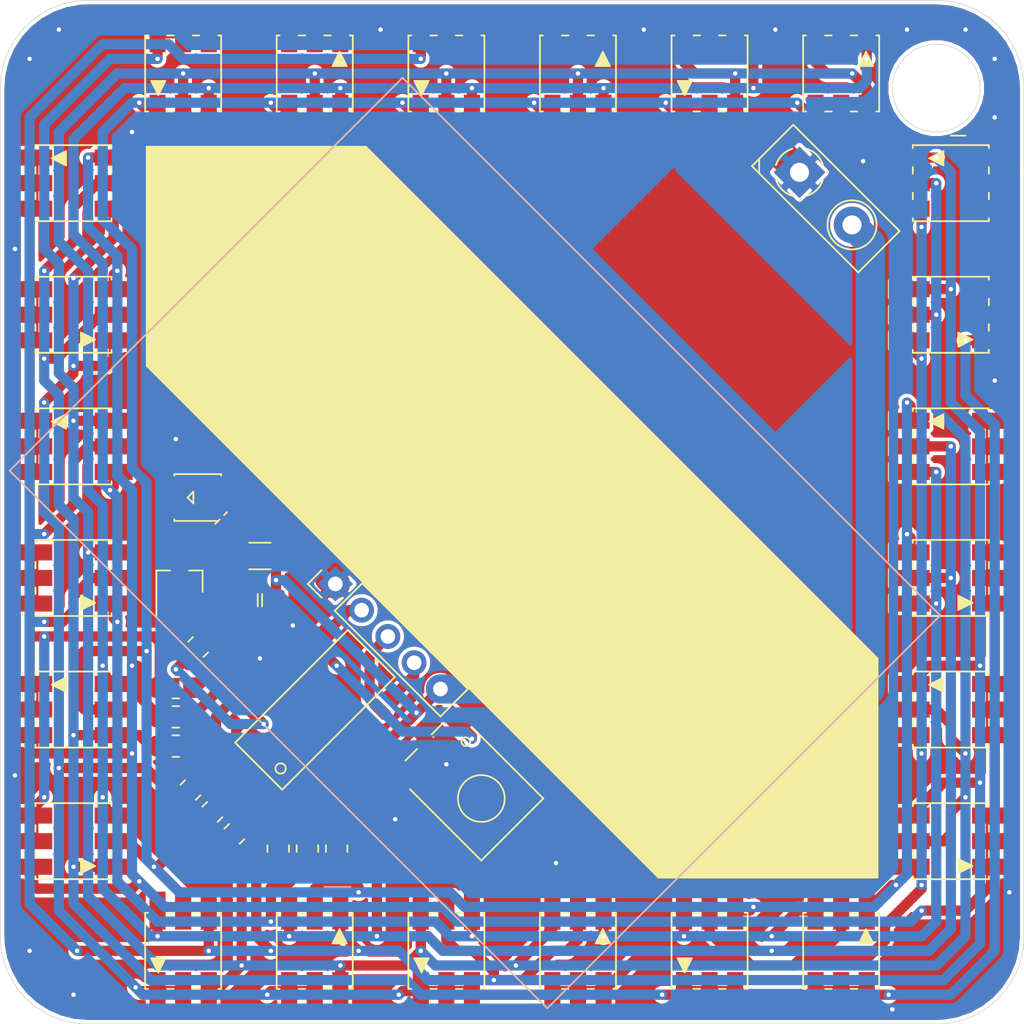
<source format=kicad_pcb>
(kicad_pcb (version 20171130) (host pcbnew 5.1.9+dfsg1-1+deb11u1)
  (layers (0 F.Cu signal) (31 B.Cu signal) (34 B.Paste user) (35 F.Paste user) (36 B.SilkS user) (37 F.SilkS user) (38 B.Mask user) (39 F.Mask user) (44 Edge.Cuts user))
  (net 0 "")
  (net 1 GND)
  (net 2 "Net-(D1-Pad1)")
  (net 3 "Net-(D10-Pad2)")
  (net 4 "Net-(D10-Pad1)")
  (net 5 +5V)
  (net 6 "Net-(D41-Pad2)")
  (net 7 "Net-(D41-Pad1)")
  (net 8 "Net-(J1-Pad4)")
  (net 9 "Net-(J1-Pad3)")
  (net 10 "Net-(J1-Pad2)")
  (net 11 "Net-(Q1-Pad1)")
  (net 12 "Net-(U1-Pad10)")
  (net 13 "Net-(D1-Pad6)")
  (net 14 "Net-(D1-Pad5)")
  (net 15 "Net-(D1-Pad4)")
  (net 16 "Net-(D10-Pad6)")
  (net 17 "Net-(D10-Pad3)")
  (net 18 "Net-(R1-Pad1)")
  (net 19 "Net-(R2-Pad1)")
  (net 20 "Net-(R3-Pad1)")
  (net 21 "Net-(R4-Pad1)")
  (net 22 "Net-(R5-Pad1)")
  (net 23 "Net-(R6-Pad1)")
  (net 24 "Net-(R7-Pad1)")
  (net 25 "Net-(R8-Pad1)")
  (net 26 "Net-(R9-Pad1)")
  (net 27 "Net-(R12-Pad1)")
  (net 28 "Net-(D14-Pad3)")
  (module label1:logo2 (layer B.Cu) (at 69.5 40.5 135)
    (fp_text reference REF** hide)
    (fp_text value logo2)
  )
  (module label1:logo (layer F.Cu) (at 66.5 43.5 315)
    (fp_text reference REF** hide)
    (fp_text value logo)
    (pad "" smd roundrect (at 0 0 315) (size 28 10) (layers F.Cu) (roundrect_rratio 0.15))
  )
  (module label1:IR_RCV_SMD (layer F.Cu) (at 49 70.692498 225)
    (fp_text reference U2 hide)
    (fp_text value TSDP341xx hide)
    (pad 3 smd rect (at 2.54 -0.5 225) (size 1.2 2) (layers F.Cu F.Paste F.Mask) (net 5 +5V))
    (pad 2 smd rect (at 0 -0.5 225) (size 1.2 2) (layers F.Cu F.Paste F.Mask) (net 1 GND))
    (pad 1 smd rect (at -2.54 -0.5 225) (size 1.2 2) (layers F.Cu F.Paste F.Mask) (net 12 "Net-(U1-Pad10)"))
  )
  (module label1:LED_3030 (layer F.Cu) (at 33 54)
    (fp_text reference D41 hide)
    (fp_text value LED hide)
    (pad 2 smd rect (at 1.25 0) (size 2 2.8) (layers F.Cu F.Paste F.Mask) (net 6 "Net-(D41-Pad2)"))
    (pad 1 smd rect (at -0.75 0) (size 1 2.8) (layers F.Cu F.Paste F.Mask) (net 7 "Net-(D41-Pad1)"))
  )
  (module label1:SOP-16 (layer F.Cu) (at 41.5 68.5 135)
    (fp_text reference U1 hide)
    (fp_text value pfs154-s16 hide)
    (pad 16 smd rect (at 3.15 -4.45 135) (size 1.3 0.8) (layers F.Cu F.Paste F.Mask) (net 21 "Net-(R4-Pad1)"))
    (pad 15 smd rect (at 3.15 -3.17 135) (size 1.3 0.8) (layers F.Cu F.Paste F.Mask) (net 27 "Net-(R12-Pad1)"))
    (pad 14 smd rect (at 3.15 -1.91 135) (size 1.3 0.8) (layers F.Cu F.Paste F.Mask) (net 20 "Net-(R3-Pad1)"))
    (pad 13 smd rect (at 3.15 -0.64 135) (size 1.3 0.8) (layers F.Cu F.Paste F.Mask) (net 19 "Net-(R2-Pad1)"))
    (pad 12 smd rect (at 3.15 0.64 135) (size 1.3 0.8) (layers F.Cu F.Paste F.Mask) (net 1 GND))
    (pad 11 smd rect (at 3.15 1.91 135) (size 1.3 0.8) (layers F.Cu F.Paste F.Mask) (net 18 "Net-(R1-Pad1)"))
    (pad 10 smd rect (at 3.15 3.17 135) (size 1.3 0.8) (layers F.Cu F.Paste F.Mask) (net 12 "Net-(U1-Pad10)"))
    (pad 9 smd rect (at 3.15 4.45 135) (size 1.3 0.8) (layers F.Cu F.Paste F.Mask) (net 10 "Net-(J1-Pad2)"))
    (pad 8 smd rect (at -3.15 4.45 135) (size 1.3 0.8) (layers F.Cu F.Paste F.Mask) (net 8 "Net-(J1-Pad4)"))
    (pad 7 smd rect (at -3.15 3.17 135) (size 1.3 0.8) (layers F.Cu F.Paste F.Mask) (net 9 "Net-(J1-Pad3)"))
    (pad 6 smd rect (at -3.15 1.91 135) (size 1.3 0.8) (layers F.Cu F.Paste F.Mask) (net 26 "Net-(R9-Pad1)"))
    (pad 5 smd rect (at -3.15 0.64 135) (size 1.3 0.8) (layers F.Cu F.Paste F.Mask) (net 5 +5V))
    (pad 4 smd rect (at -3.15 -0.64 135) (size 1.3 0.8) (layers F.Cu F.Paste F.Mask) (net 25 "Net-(R8-Pad1)"))
    (pad 3 smd rect (at -3.15 -1.91 135) (size 1.3 0.8) (layers F.Cu F.Paste F.Mask) (net 24 "Net-(R7-Pad1)"))
    (pad 2 smd rect (at -3.15 -3.17 135) (size 1.3 0.8) (layers F.Cu F.Paste F.Mask) (net 23 "Net-(R6-Pad1)"))
    (pad 1 smd rect (at -3.15 -4.45 135) (size 1.3 0.8) (layers F.Cu F.Paste F.Mask) (net 22 "Net-(R5-Pad1)"))
  )
  (module label1:LED_RGB (layer F.Cu) (at 68.5 85 90)
    (fp_text reference D4 hide)
    (fp_text value LED_RGB)
    (pad 6 smd rect (at 2.75 -1.75 90) (size 2.6 1.1) (layers F.Cu F.Paste F.Mask) (net 28 "Net-(D14-Pad3)"))
    (pad 5 smd rect (at 2.75 0 90) (size 2.6 1.1) (layers F.Cu F.Paste F.Mask) (net 17 "Net-(D10-Pad3)"))
    (pad 4 smd rect (at 2.75 1.75 90) (size 2.6 1.1) (layers F.Cu F.Paste F.Mask) (net 3 "Net-(D10-Pad2)"))
    (pad 3 smd rect (at -2.75 1.75 90) (size 2.6 1.1) (layers F.Cu F.Paste F.Mask) (net 14 "Net-(D1-Pad5)"))
    (pad 2 smd rect (at -2.75 0 90) (size 2.6 1.1) (layers F.Cu F.Paste F.Mask) (net 14 "Net-(D1-Pad5)"))
    (pad 1 smd rect (at -2.75 -1.75 90) (size 2.6 1.1) (layers F.Cu F.Paste F.Mask) (net 14 "Net-(D1-Pad5)"))
  )
  (module label1:R_0805 (layer F.Cu) (at 32 67 180)
    (fp_text reference R1 hide)
    (fp_text value R_Small hide)
    (pad 2 smd roundrect (at 1.1 0 180) (size 1.2 1.4) (layers F.Cu F.Paste F.Mask) (roundrect_rratio 0.208) (net 2 "Net-(D1-Pad1)"))
    (pad 1 smd roundrect (at -1.1 0 180) (size 1.2 1.4) (layers F.Cu F.Paste F.Mask) (roundrect_rratio 0.208) (net 18 "Net-(R1-Pad1)"))
  )
  (module label1:R_0805 (layer F.Cu) (at 34.5 75.5 225)
    (fp_text reference R9 hide)
    (fp_text value R_Small hide)
    (pad 2 smd roundrect (at 1.1 0 225) (size 1.2 1.4) (layers F.Cu F.Paste F.Mask) (roundrect_rratio 0.208) (net 3 "Net-(D10-Pad2)"))
    (pad 1 smd roundrect (at -1.1 0 225) (size 1.2 1.4) (layers F.Cu F.Paste F.Mask) (roundrect_rratio 0.208) (net 26 "Net-(R9-Pad1)"))
  )
  (module label1:R_0805 (layer F.Cu) (at 43 78 270)
    (fp_text reference R8 hide)
    (fp_text value R_Small hide)
    (pad 2 smd roundrect (at 1.1 0 270) (size 1.2 1.4) (layers F.Cu F.Paste F.Mask) (roundrect_rratio 0.208) (net 17 "Net-(D10-Pad3)"))
    (pad 1 smd roundrect (at -1.1 0 270) (size 1.2 1.4) (layers F.Cu F.Paste F.Mask) (roundrect_rratio 0.208) (net 25 "Net-(R8-Pad1)"))
  )
  (module label1:R_0805 (layer F.Cu) (at 41 78 270)
    (fp_text reference R7 hide)
    (fp_text value R_Small hide)
    (pad 2 smd roundrect (at 1.1 0 270) (size 1.2 1.4) (layers F.Cu F.Paste F.Mask) (roundrect_rratio 0.208) (net 28 "Net-(D14-Pad3)"))
    (pad 1 smd roundrect (at -1.1 0 270) (size 1.2 1.4) (layers F.Cu F.Paste F.Mask) (roundrect_rratio 0.208) (net 24 "Net-(R7-Pad1)"))
  )
  (module label1:R_0805 (layer F.Cu) (at 39 78 270)
    (fp_text reference R6 hide)
    (fp_text value R_Small hide)
    (pad 2 smd roundrect (at 1.1 0 270) (size 1.2 1.4) (layers F.Cu F.Paste F.Mask) (roundrect_rratio 0.208) (net 4 "Net-(D10-Pad1)"))
    (pad 1 smd roundrect (at -1.1 0 270) (size 1.2 1.4) (layers F.Cu F.Paste F.Mask) (roundrect_rratio 0.208) (net 23 "Net-(R6-Pad1)"))
  )
  (module label1:R_0805 (layer F.Cu) (at 36 77 225)
    (fp_text reference R5 hide)
    (fp_text value R_Small hide)
    (pad 2 smd roundrect (at 1.1 0 225) (size 1.2 1.4) (layers F.Cu F.Paste F.Mask) (roundrect_rratio 0.208) (net 16 "Net-(D10-Pad6)"))
    (pad 1 smd roundrect (at -1.1 0 225) (size 1.2 1.4) (layers F.Cu F.Paste F.Mask) (roundrect_rratio 0.208) (net 22 "Net-(R5-Pad1)"))
  )
  (module label1:R_0805 (layer F.Cu) (at 33 74 225)
    (fp_text reference R4 hide)
    (fp_text value R_Small hide)
    (pad 2 smd roundrect (at 1.1 0 225) (size 1.2 1.4) (layers F.Cu F.Paste F.Mask) (roundrect_rratio 0.208) (net 15 "Net-(D1-Pad4)"))
    (pad 1 smd roundrect (at -1.1 0 225) (size 1.2 1.4) (layers F.Cu F.Paste F.Mask) (roundrect_rratio 0.208) (net 21 "Net-(R4-Pad1)"))
  )
  (module label1:R_0805 (layer F.Cu) (at 32 71 180)
    (fp_text reference R3 hide)
    (fp_text value R_Small hide)
    (pad 2 smd roundrect (at 1.1 0 180) (size 1.2 1.4) (layers F.Cu F.Paste F.Mask) (roundrect_rratio 0.208) (net 14 "Net-(D1-Pad5)"))
    (pad 1 smd roundrect (at -1.1 0 180) (size 1.2 1.4) (layers F.Cu F.Paste F.Mask) (roundrect_rratio 0.208) (net 20 "Net-(R3-Pad1)"))
  )
  (module label1:R_0805 (layer F.Cu) (at 32 69 180)
    (fp_text reference R2 hide)
    (fp_text value R_Small hide)
    (pad 2 smd roundrect (at 1.1 0 180) (size 1.2 1.4) (layers F.Cu F.Paste F.Mask) (roundrect_rratio 0.208) (net 13 "Net-(D1-Pad6)"))
    (pad 1 smd roundrect (at -1.1 0 180) (size 1.2 1.4) (layers F.Cu F.Paste F.Mask) (roundrect_rratio 0.208) (net 19 "Net-(R2-Pad1)"))
  )
  (module label1:LED_RGB (layer F.Cu) (at 77.5 25 270)
    (fp_text reference D24 hide)
    (fp_text value LED_RGB)
    (pad 6 smd rect (at 2.75 -1.75 270) (size 2.6 1.1) (layers F.Cu F.Paste F.Mask) (net 17 "Net-(D10-Pad3)"))
    (pad 5 smd rect (at 2.75 0 270) (size 2.6 1.1) (layers F.Cu F.Paste F.Mask) (net 3 "Net-(D10-Pad2)"))
    (pad 4 smd rect (at 2.75 1.75 270) (size 2.6 1.1) (layers F.Cu F.Paste F.Mask) (net 3 "Net-(D10-Pad2)"))
    (pad 3 smd rect (at -2.75 1.75 270) (size 2.6 1.1) (layers F.Cu F.Paste F.Mask) (net 17 "Net-(D10-Pad3)"))
    (pad 2 smd rect (at -2.75 0 270) (size 2.6 1.1) (layers F.Cu F.Paste F.Mask) (net 28 "Net-(D14-Pad3)"))
    (pad 1 smd rect (at -2.75 -1.75 270) (size 2.6 1.1) (layers F.Cu F.Paste F.Mask) (net 28 "Net-(D14-Pad3)"))
  )
  (module label1:LED_RGB (layer F.Cu) (at 85 32.5)
    (fp_text reference D23 hide)
    (fp_text value LED_RGB)
    (pad 6 smd rect (at 2.75 -1.75) (size 2.6 1.1) (layers F.Cu F.Paste F.Mask) (net 14 "Net-(D1-Pad5)"))
    (pad 5 smd rect (at 2.75 0) (size 2.6 1.1) (layers F.Cu F.Paste F.Mask) (net 14 "Net-(D1-Pad5)"))
    (pad 4 smd rect (at 2.75 1.75) (size 2.6 1.1) (layers F.Cu F.Paste F.Mask) (net 14 "Net-(D1-Pad5)"))
    (pad 3 smd rect (at -2.75 1.75) (size 2.6 1.1) (layers F.Cu F.Paste F.Mask) (net 15 "Net-(D1-Pad4)"))
    (pad 2 smd rect (at -2.75 0) (size 2.6 1.1) (layers F.Cu F.Paste F.Mask) (net 16 "Net-(D10-Pad6)"))
    (pad 1 smd rect (at -2.75 -1.75) (size 2.6 1.1) (layers F.Cu F.Paste F.Mask) (net 4 "Net-(D10-Pad1)"))
  )
  (module label1:LED_RGB (layer F.Cu) (at 68.5 25 90)
    (fp_text reference D22 hide)
    (fp_text value LED_RGB)
    (pad 6 smd rect (at 2.75 -1.75 90) (size 2.6 1.1) (layers F.Cu F.Paste F.Mask) (net 17 "Net-(D10-Pad3)"))
    (pad 5 smd rect (at 2.75 0 90) (size 2.6 1.1) (layers F.Cu F.Paste F.Mask) (net 28 "Net-(D14-Pad3)"))
    (pad 4 smd rect (at 2.75 1.75 90) (size 2.6 1.1) (layers F.Cu F.Paste F.Mask) (net 28 "Net-(D14-Pad3)"))
    (pad 3 smd rect (at -2.75 1.75 90) (size 2.6 1.1) (layers F.Cu F.Paste F.Mask) (net 17 "Net-(D10-Pad3)"))
    (pad 2 smd rect (at -2.75 0 90) (size 2.6 1.1) (layers F.Cu F.Paste F.Mask) (net 3 "Net-(D10-Pad2)"))
    (pad 1 smd rect (at -2.75 -1.75 90) (size 2.6 1.1) (layers F.Cu F.Paste F.Mask) (net 3 "Net-(D10-Pad2)"))
  )
  (module label1:LED_RGB (layer F.Cu) (at 85 41.5 180)
    (fp_text reference D21 hide)
    (fp_text value LED_RGB)
    (pad 6 smd rect (at 2.75 -1.75 180) (size 2.6 1.1) (layers F.Cu F.Paste F.Mask) (net 15 "Net-(D1-Pad4)"))
    (pad 5 smd rect (at 2.75 0 180) (size 2.6 1.1) (layers F.Cu F.Paste F.Mask) (net 16 "Net-(D10-Pad6)"))
    (pad 4 smd rect (at 2.75 1.75 180) (size 2.6 1.1) (layers F.Cu F.Paste F.Mask) (net 4 "Net-(D10-Pad1)"))
    (pad 3 smd rect (at -2.75 1.75 180) (size 2.6 1.1) (layers F.Cu F.Paste F.Mask) (net 14 "Net-(D1-Pad5)"))
    (pad 2 smd rect (at -2.75 0 180) (size 2.6 1.1) (layers F.Cu F.Paste F.Mask) (net 14 "Net-(D1-Pad5)"))
    (pad 1 smd rect (at -2.75 -1.75 180) (size 2.6 1.1) (layers F.Cu F.Paste F.Mask) (net 14 "Net-(D1-Pad5)"))
  )
  (module label1:LED_RGB (layer F.Cu) (at 59.5 25 270)
    (fp_text reference D20 hide)
    (fp_text value LED_RGB)
    (pad 6 smd rect (at 2.75 -1.75 270) (size 2.6 1.1) (layers F.Cu F.Paste F.Mask) (net 28 "Net-(D14-Pad3)"))
    (pad 5 smd rect (at 2.75 0 270) (size 2.6 1.1) (layers F.Cu F.Paste F.Mask) (net 17 "Net-(D10-Pad3)"))
    (pad 4 smd rect (at 2.75 1.75 270) (size 2.6 1.1) (layers F.Cu F.Paste F.Mask) (net 3 "Net-(D10-Pad2)"))
    (pad 3 smd rect (at -2.75 1.75 270) (size 2.6 1.1) (layers F.Cu F.Paste F.Mask) (net 4 "Net-(D10-Pad1)"))
    (pad 2 smd rect (at -2.75 0 270) (size 2.6 1.1) (layers F.Cu F.Paste F.Mask) (net 4 "Net-(D10-Pad1)"))
    (pad 1 smd rect (at -2.75 -1.75 270) (size 2.6 1.1) (layers F.Cu F.Paste F.Mask) (net 4 "Net-(D10-Pad1)"))
  )
  (module label1:LED_RGB (layer F.Cu) (at 85 50.5)
    (fp_text reference D19 hide)
    (fp_text value LED_RGB)
    (pad 6 smd rect (at 2.75 -1.75) (size 2.6 1.1) (layers F.Cu F.Paste F.Mask) (net 13 "Net-(D1-Pad6)"))
    (pad 5 smd rect (at 2.75 0) (size 2.6 1.1) (layers F.Cu F.Paste F.Mask) (net 13 "Net-(D1-Pad6)"))
    (pad 4 smd rect (at 2.75 1.75) (size 2.6 1.1) (layers F.Cu F.Paste F.Mask) (net 13 "Net-(D1-Pad6)"))
    (pad 3 smd rect (at -2.75 1.75) (size 2.6 1.1) (layers F.Cu F.Paste F.Mask) (net 28 "Net-(D14-Pad3)"))
    (pad 2 smd rect (at -2.75 0) (size 2.6 1.1) (layers F.Cu F.Paste F.Mask) (net 17 "Net-(D10-Pad3)"))
    (pad 1 smd rect (at -2.75 -1.75) (size 2.6 1.1) (layers F.Cu F.Paste F.Mask) (net 3 "Net-(D10-Pad2)"))
  )
  (module label1:LED_RGB (layer F.Cu) (at 50.5 25 90)
    (fp_text reference D18 hide)
    (fp_text value LED_RGB)
    (pad 6 smd rect (at 2.75 -1.75 90) (size 2.6 1.1) (layers F.Cu F.Paste F.Mask) (net 4 "Net-(D10-Pad1)"))
    (pad 5 smd rect (at 2.75 0 90) (size 2.6 1.1) (layers F.Cu F.Paste F.Mask) (net 4 "Net-(D10-Pad1)"))
    (pad 4 smd rect (at 2.75 1.75 90) (size 2.6 1.1) (layers F.Cu F.Paste F.Mask) (net 4 "Net-(D10-Pad1)"))
    (pad 3 smd rect (at -2.75 1.75 90) (size 2.6 1.1) (layers F.Cu F.Paste F.Mask) (net 28 "Net-(D14-Pad3)"))
    (pad 2 smd rect (at -2.75 0 90) (size 2.6 1.1) (layers F.Cu F.Paste F.Mask) (net 17 "Net-(D10-Pad3)"))
    (pad 1 smd rect (at -2.75 -1.75 90) (size 2.6 1.1) (layers F.Cu F.Paste F.Mask) (net 3 "Net-(D10-Pad2)"))
  )
  (module label1:LED_RGB (layer F.Cu) (at 85 59.5 180)
    (fp_text reference D17 hide)
    (fp_text value LED_RGB)
    (pad 6 smd rect (at 2.75 -1.75 180) (size 2.6 1.1) (layers F.Cu F.Paste F.Mask) (net 28 "Net-(D14-Pad3)"))
    (pad 5 smd rect (at 2.75 0 180) (size 2.6 1.1) (layers F.Cu F.Paste F.Mask) (net 17 "Net-(D10-Pad3)"))
    (pad 4 smd rect (at 2.75 1.75 180) (size 2.6 1.1) (layers F.Cu F.Paste F.Mask) (net 3 "Net-(D10-Pad2)"))
    (pad 3 smd rect (at -2.75 1.75 180) (size 2.6 1.1) (layers F.Cu F.Paste F.Mask) (net 13 "Net-(D1-Pad6)"))
    (pad 2 smd rect (at -2.75 0 180) (size 2.6 1.1) (layers F.Cu F.Paste F.Mask) (net 13 "Net-(D1-Pad6)"))
    (pad 1 smd rect (at -2.75 -1.75 180) (size 2.6 1.1) (layers F.Cu F.Paste F.Mask) (net 13 "Net-(D1-Pad6)"))
  )
  (module label1:LED_RGB (layer F.Cu) (at 41.5 25 270)
    (fp_text reference D16 hide)
    (fp_text value LED_RGB)
    (pad 6 smd rect (at 2.75 -1.75 270) (size 2.6 1.1) (layers F.Cu F.Paste F.Mask) (net 28 "Net-(D14-Pad3)"))
    (pad 5 smd rect (at 2.75 0 270) (size 2.6 1.1) (layers F.Cu F.Paste F.Mask) (net 17 "Net-(D10-Pad3)"))
    (pad 4 smd rect (at 2.75 1.75 270) (size 2.6 1.1) (layers F.Cu F.Paste F.Mask) (net 3 "Net-(D10-Pad2)"))
    (pad 3 smd rect (at -2.75 1.75 270) (size 2.6 1.1) (layers F.Cu F.Paste F.Mask) (net 16 "Net-(D10-Pad6)"))
    (pad 2 smd rect (at -2.75 0 270) (size 2.6 1.1) (layers F.Cu F.Paste F.Mask) (net 16 "Net-(D10-Pad6)"))
    (pad 1 smd rect (at -2.75 -1.75 270) (size 2.6 1.1) (layers F.Cu F.Paste F.Mask) (net 16 "Net-(D10-Pad6)"))
  )
  (module label1:LED_RGB (layer F.Cu) (at 85 68.5)
    (fp_text reference D15 hide)
    (fp_text value LED_RGB)
    (pad 6 smd rect (at 2.75 -1.75) (size 2.6 1.1) (layers F.Cu F.Paste F.Mask) (net 13 "Net-(D1-Pad6)"))
    (pad 5 smd rect (at 2.75 0) (size 2.6 1.1) (layers F.Cu F.Paste F.Mask) (net 13 "Net-(D1-Pad6)"))
    (pad 4 smd rect (at 2.75 1.75) (size 2.6 1.1) (layers F.Cu F.Paste F.Mask) (net 13 "Net-(D1-Pad6)"))
    (pad 3 smd rect (at -2.75 1.75) (size 2.6 1.1) (layers F.Cu F.Paste F.Mask) (net 15 "Net-(D1-Pad4)"))
    (pad 2 smd rect (at -2.75 0) (size 2.6 1.1) (layers F.Cu F.Paste F.Mask) (net 16 "Net-(D10-Pad6)"))
    (pad 1 smd rect (at -2.75 -1.75) (size 2.6 1.1) (layers F.Cu F.Paste F.Mask) (net 4 "Net-(D10-Pad1)"))
  )
  (module label1:LED_RGB (layer F.Cu) (at 32.5 25 90)
    (fp_text reference D14 hide)
    (fp_text value LED_RGB)
    (pad 6 smd rect (at 2.75 -1.75 90) (size 2.6 1.1) (layers F.Cu F.Paste F.Mask) (net 16 "Net-(D10-Pad6)"))
    (pad 5 smd rect (at 2.75 0 90) (size 2.6 1.1) (layers F.Cu F.Paste F.Mask) (net 16 "Net-(D10-Pad6)"))
    (pad 4 smd rect (at 2.75 1.75 90) (size 2.6 1.1) (layers F.Cu F.Paste F.Mask) (net 16 "Net-(D10-Pad6)"))
    (pad 3 smd rect (at -2.75 1.75 90) (size 2.6 1.1) (layers F.Cu F.Paste F.Mask) (net 28 "Net-(D14-Pad3)"))
    (pad 2 smd rect (at -2.75 0 90) (size 2.6 1.1) (layers F.Cu F.Paste F.Mask) (net 17 "Net-(D10-Pad3)"))
    (pad 1 smd rect (at -2.75 -1.75 90) (size 2.6 1.1) (layers F.Cu F.Paste F.Mask) (net 3 "Net-(D10-Pad2)"))
  )
  (module label1:LED_RGB (layer F.Cu) (at 85 77.5 180)
    (fp_text reference D13 hide)
    (fp_text value LED_RGB)
    (pad 6 smd rect (at 2.75 -1.75 180) (size 2.6 1.1) (layers F.Cu F.Paste F.Mask) (net 15 "Net-(D1-Pad4)"))
    (pad 5 smd rect (at 2.75 0 180) (size 2.6 1.1) (layers F.Cu F.Paste F.Mask) (net 16 "Net-(D10-Pad6)"))
    (pad 4 smd rect (at 2.75 1.75 180) (size 2.6 1.1) (layers F.Cu F.Paste F.Mask) (net 4 "Net-(D10-Pad1)"))
    (pad 3 smd rect (at -2.75 1.75 180) (size 2.6 1.1) (layers F.Cu F.Paste F.Mask) (net 13 "Net-(D1-Pad6)"))
    (pad 2 smd rect (at -2.75 0 180) (size 2.6 1.1) (layers F.Cu F.Paste F.Mask) (net 13 "Net-(D1-Pad6)"))
    (pad 1 smd rect (at -2.75 -1.75 180) (size 2.6 1.1) (layers F.Cu F.Paste F.Mask) (net 13 "Net-(D1-Pad6)"))
  )
  (module label1:LED_RGB (layer F.Cu) (at 32.5 85 90)
    (fp_text reference D12 hide)
    (fp_text value LED_RGB)
    (pad 6 smd rect (at 2.75 -1.75 90) (size 2.6 1.1) (layers F.Cu F.Paste F.Mask) (net 17 "Net-(D10-Pad3)"))
    (pad 5 smd rect (at 2.75 0 90) (size 2.6 1.1) (layers F.Cu F.Paste F.Mask) (net 3 "Net-(D10-Pad2)"))
    (pad 4 smd rect (at 2.75 1.75 90) (size 2.6 1.1) (layers F.Cu F.Paste F.Mask) (net 4 "Net-(D10-Pad1)"))
    (pad 3 smd rect (at -2.75 1.75 90) (size 2.6 1.1) (layers F.Cu F.Paste F.Mask) (net 16 "Net-(D10-Pad6)"))
    (pad 2 smd rect (at -2.75 0 90) (size 2.6 1.1) (layers F.Cu F.Paste F.Mask) (net 15 "Net-(D1-Pad4)"))
    (pad 1 smd rect (at -2.75 -1.75 90) (size 2.6 1.1) (layers F.Cu F.Paste F.Mask) (net 15 "Net-(D1-Pad4)"))
  )
  (module label1:LED_RGB (layer F.Cu) (at 25 77.5 180)
    (fp_text reference D11 hide)
    (fp_text value LED_RGB)
    (pad 6 smd rect (at 2.75 -1.75 180) (size 2.6 1.1) (layers F.Cu F.Paste F.Mask) (net 13 "Net-(D1-Pad6)"))
    (pad 5 smd rect (at 2.75 0 180) (size 2.6 1.1) (layers F.Cu F.Paste F.Mask) (net 2 "Net-(D1-Pad1)"))
    (pad 4 smd rect (at 2.75 1.75 180) (size 2.6 1.1) (layers F.Cu F.Paste F.Mask) (net 2 "Net-(D1-Pad1)"))
    (pad 3 smd rect (at -2.75 1.75 180) (size 2.6 1.1) (layers F.Cu F.Paste F.Mask) (net 17 "Net-(D10-Pad3)"))
    (pad 2 smd rect (at -2.75 0 180) (size 2.6 1.1) (layers F.Cu F.Paste F.Mask) (net 3 "Net-(D10-Pad2)"))
    (pad 1 smd rect (at -2.75 -1.75 180) (size 2.6 1.1) (layers F.Cu F.Paste F.Mask) (net 14 "Net-(D1-Pad5)"))
  )
  (module label1:LED_RGB (layer F.Cu) (at 41.5 85 270)
    (fp_text reference D10 hide)
    (fp_text value LED_RGB)
    (pad 6 smd rect (at 2.75 -1.75 270) (size 2.6 1.1) (layers F.Cu F.Paste F.Mask) (net 16 "Net-(D10-Pad6)"))
    (pad 5 smd rect (at 2.75 0 270) (size 2.6 1.1) (layers F.Cu F.Paste F.Mask) (net 15 "Net-(D1-Pad4)"))
    (pad 4 smd rect (at 2.75 1.75 270) (size 2.6 1.1) (layers F.Cu F.Paste F.Mask) (net 15 "Net-(D1-Pad4)"))
    (pad 3 smd rect (at -2.75 1.75 270) (size 2.6 1.1) (layers F.Cu F.Paste F.Mask) (net 17 "Net-(D10-Pad3)"))
    (pad 2 smd rect (at -2.75 0 270) (size 2.6 1.1) (layers F.Cu F.Paste F.Mask) (net 3 "Net-(D10-Pad2)"))
    (pad 1 smd rect (at -2.75 -1.75 270) (size 2.6 1.1) (layers F.Cu F.Paste F.Mask) (net 4 "Net-(D10-Pad1)"))
  )
  (module label1:LED_RGB (layer F.Cu) (at 25 68.5)
    (fp_text reference D9 hide)
    (fp_text value LED_RGB)
    (pad 6 smd rect (at 2.75 -1.75) (size 2.6 1.1) (layers F.Cu F.Paste F.Mask) (net 17 "Net-(D10-Pad3)"))
    (pad 5 smd rect (at 2.75 0) (size 2.6 1.1) (layers F.Cu F.Paste F.Mask) (net 3 "Net-(D10-Pad2)"))
    (pad 4 smd rect (at 2.75 1.75) (size 2.6 1.1) (layers F.Cu F.Paste F.Mask) (net 14 "Net-(D1-Pad5)"))
    (pad 3 smd rect (at -2.75 1.75) (size 2.6 1.1) (layers F.Cu F.Paste F.Mask) (net 13 "Net-(D1-Pad6)"))
    (pad 2 smd rect (at -2.75 0) (size 2.6 1.1) (layers F.Cu F.Paste F.Mask) (net 2 "Net-(D1-Pad1)"))
    (pad 1 smd rect (at -2.75 -1.75) (size 2.6 1.1) (layers F.Cu F.Paste F.Mask) (net 2 "Net-(D1-Pad1)"))
  )
  (module label1:LED_RGB (layer F.Cu) (at 50.5 85 90)
    (fp_text reference D8 hide)
    (fp_text value LED_RGB)
    (pad 6 smd rect (at 2.75 -1.75 90) (size 2.6 1.1) (layers F.Cu F.Paste F.Mask) (net 16 "Net-(D10-Pad6)"))
    (pad 5 smd rect (at 2.75 0 90) (size 2.6 1.1) (layers F.Cu F.Paste F.Mask) (net 4 "Net-(D10-Pad1)"))
    (pad 4 smd rect (at 2.75 1.75 90) (size 2.6 1.1) (layers F.Cu F.Paste F.Mask) (net 28 "Net-(D14-Pad3)"))
    (pad 3 smd rect (at -2.75 1.75 90) (size 2.6 1.1) (layers F.Cu F.Paste F.Mask) (net 15 "Net-(D1-Pad4)"))
    (pad 2 smd rect (at -2.75 0 90) (size 2.6 1.1) (layers F.Cu F.Paste F.Mask) (net 15 "Net-(D1-Pad4)"))
    (pad 1 smd rect (at -2.75 -1.75 90) (size 2.6 1.1) (layers F.Cu F.Paste F.Mask) (net 15 "Net-(D1-Pad4)"))
  )
  (module label1:LED_RGB (layer F.Cu) (at 25 59.5 180)
    (fp_text reference D7 hide)
    (fp_text value LED_RGB)
    (pad 6 smd rect (at 2.75 -1.75 180) (size 2.6 1.1) (layers F.Cu F.Paste F.Mask) (net 2 "Net-(D1-Pad1)"))
    (pad 5 smd rect (at 2.75 0 180) (size 2.6 1.1) (layers F.Cu F.Paste F.Mask) (net 2 "Net-(D1-Pad1)"))
    (pad 4 smd rect (at 2.75 1.75 180) (size 2.6 1.1) (layers F.Cu F.Paste F.Mask) (net 2 "Net-(D1-Pad1)"))
    (pad 3 smd rect (at -2.75 1.75 180) (size 2.6 1.1) (layers F.Cu F.Paste F.Mask) (net 16 "Net-(D10-Pad6)"))
    (pad 2 smd rect (at -2.75 0 180) (size 2.6 1.1) (layers F.Cu F.Paste F.Mask) (net 4 "Net-(D10-Pad1)"))
    (pad 1 smd rect (at -2.75 -1.75 180) (size 2.6 1.1) (layers F.Cu F.Paste F.Mask) (net 28 "Net-(D14-Pad3)"))
  )
  (module label1:LED_RGB (layer F.Cu) (at 59.5 85 270)
    (fp_text reference D6 hide)
    (fp_text value LED_RGB)
    (pad 6 smd rect (at 2.75 -1.75 270) (size 2.6 1.1) (layers F.Cu F.Paste F.Mask) (net 15 "Net-(D1-Pad4)"))
    (pad 5 smd rect (at 2.75 0 270) (size 2.6 1.1) (layers F.Cu F.Paste F.Mask) (net 15 "Net-(D1-Pad4)"))
    (pad 4 smd rect (at 2.75 1.75 270) (size 2.6 1.1) (layers F.Cu F.Paste F.Mask) (net 15 "Net-(D1-Pad4)"))
    (pad 3 smd rect (at -2.75 1.75 270) (size 2.6 1.1) (layers F.Cu F.Paste F.Mask) (net 16 "Net-(D10-Pad6)"))
    (pad 2 smd rect (at -2.75 0 270) (size 2.6 1.1) (layers F.Cu F.Paste F.Mask) (net 4 "Net-(D10-Pad1)"))
    (pad 1 smd rect (at -2.75 -1.75 270) (size 2.6 1.1) (layers F.Cu F.Paste F.Mask) (net 28 "Net-(D14-Pad3)"))
  )
  (module label1:LED_RGB (layer F.Cu) (at 25 50.5)
    (fp_text reference D5 hide)
    (fp_text value LED_RGB)
    (pad 6 smd rect (at 2.75 -1.75) (size 2.6 1.1) (layers F.Cu F.Paste F.Mask) (net 16 "Net-(D10-Pad6)"))
    (pad 5 smd rect (at 2.75 0) (size 2.6 1.1) (layers F.Cu F.Paste F.Mask) (net 4 "Net-(D10-Pad1)"))
    (pad 4 smd rect (at 2.75 1.75) (size 2.6 1.1) (layers F.Cu F.Paste F.Mask) (net 28 "Net-(D14-Pad3)"))
    (pad 3 smd rect (at -2.75 1.75) (size 2.6 1.1) (layers F.Cu F.Paste F.Mask) (net 2 "Net-(D1-Pad1)"))
    (pad 2 smd rect (at -2.75 0) (size 2.6 1.1) (layers F.Cu F.Paste F.Mask) (net 2 "Net-(D1-Pad1)"))
    (pad 1 smd rect (at -2.75 -1.75) (size 2.6 1.1) (layers F.Cu F.Paste F.Mask) (net 2 "Net-(D1-Pad1)"))
  )
  (module label1:LED_RGB (layer F.Cu) (at 25 41.5 180)
    (fp_text reference D3 hide)
    (fp_text value LED_RGB)
    (pad 6 smd rect (at 2.75 -1.75 180) (size 2.6 1.1) (layers F.Cu F.Paste F.Mask) (net 2 "Net-(D1-Pad1)"))
    (pad 5 smd rect (at 2.75 0 180) (size 2.6 1.1) (layers F.Cu F.Paste F.Mask) (net 2 "Net-(D1-Pad1)"))
    (pad 4 smd rect (at 2.75 1.75 180) (size 2.6 1.1) (layers F.Cu F.Paste F.Mask) (net 2 "Net-(D1-Pad1)"))
    (pad 3 smd rect (at -2.75 1.75 180) (size 2.6 1.1) (layers F.Cu F.Paste F.Mask) (net 13 "Net-(D1-Pad6)"))
    (pad 2 smd rect (at -2.75 0 180) (size 2.6 1.1) (layers F.Cu F.Paste F.Mask) (net 14 "Net-(D1-Pad5)"))
    (pad 1 smd rect (at -2.75 -1.75 180) (size 2.6 1.1) (layers F.Cu F.Paste F.Mask) (net 15 "Net-(D1-Pad4)"))
  )
  (module label1:LED_RGB (layer F.Cu) (at 77.5 85 270)
    (fp_text reference D2 hide)
    (fp_text value LED_RGB)
    (pad 6 smd rect (at 2.75 -1.75 270) (size 2.6 1.1) (layers F.Cu F.Paste F.Mask) (net 14 "Net-(D1-Pad5)"))
    (pad 5 smd rect (at 2.75 0 270) (size 2.6 1.1) (layers F.Cu F.Paste F.Mask) (net 14 "Net-(D1-Pad5)"))
    (pad 4 smd rect (at 2.75 1.75 270) (size 2.6 1.1) (layers F.Cu F.Paste F.Mask) (net 14 "Net-(D1-Pad5)"))
    (pad 3 smd rect (at -2.75 1.75 270) (size 2.6 1.1) (layers F.Cu F.Paste F.Mask) (net 28 "Net-(D14-Pad3)"))
    (pad 2 smd rect (at -2.75 0 270) (size 2.6 1.1) (layers F.Cu F.Paste F.Mask) (net 17 "Net-(D10-Pad3)"))
    (pad 1 smd rect (at -2.75 -1.75 270) (size 2.6 1.1) (layers F.Cu F.Paste F.Mask) (net 3 "Net-(D10-Pad2)"))
  )
  (module label1:LED_RGB (layer F.Cu) (at 25 32.5)
    (fp_text reference D1 hide)
    (fp_text value LED_RGB)
    (pad 6 smd rect (at 2.75 -1.75) (size 2.6 1.1) (layers F.Cu F.Paste F.Mask) (net 13 "Net-(D1-Pad6)"))
    (pad 5 smd rect (at 2.75 0) (size 2.6 1.1) (layers F.Cu F.Paste F.Mask) (net 14 "Net-(D1-Pad5)"))
    (pad 4 smd rect (at 2.75 1.75) (size 2.6 1.1) (layers F.Cu F.Paste F.Mask) (net 15 "Net-(D1-Pad4)"))
    (pad 3 smd rect (at -2.75 1.75) (size 2.6 1.1) (layers F.Cu F.Paste F.Mask) (net 2 "Net-(D1-Pad1)"))
    (pad 2 smd rect (at -2.75 0) (size 2.6 1.1) (layers F.Cu F.Paste F.Mask) (net 2 "Net-(D1-Pad1)"))
    (pad 1 smd rect (at -2.75 -1.75) (size 2.6 1.1) (layers F.Cu F.Paste F.Mask) (net 2 "Net-(D1-Pad1)"))
  )
  (module label1:SOT-23 (layer F.Cu) (at 32.25 59.75 90)
    (fp_text reference Q1 hide)
    (fp_text value Q_NMOS_GSD hide)
    (pad 3 smd rect (at 1.5 0 90) (size 1.9 0.8) (layers F.Cu F.Paste F.Mask) (net 7 "Net-(D41-Pad1)"))
    (pad 2 smd rect (at -1.5 0.95 90) (size 1.9 0.8) (layers F.Cu F.Paste F.Mask) (net 1 GND))
    (pad 1 smd rect (at -1.5 -0.95 90) (size 1.9 0.8) (layers F.Cu F.Paste F.Mask) (net 11 "Net-(Q1-Pad1)"))
  )
  (module label1:C_0805 (layer F.Cu) (at 37.75 61 180)
    (fp_text reference C1 hide)
    (fp_text value 100n hide)
    (pad 2 smd roundrect (at 1.1 0 180) (size 1.2 1.4) (layers F.Cu F.Paste F.Mask) (roundrect_rratio 0.208) (net 1 GND))
    (pad 1 smd roundrect (at -1.1 0 180) (size 1.2 1.4) (layers F.Cu F.Paste F.Mask) (roundrect_rratio 0.208) (net 5 +5V))
  )
  (module label1:R_1206 (layer F.Cu) (at 37.75 58 180)
    (fp_text reference R13 hide)
    (fp_text value 27 hide)
    (pad 2 smd roundrect (at 1.55 0 180) (size 1.3 1.75) (layers F.Cu F.Paste F.Mask) (roundrect_rratio 0.1923076923076923) (net 6 "Net-(D41-Pad2)"))
    (pad 1 smd roundrect (at -1.55 0 180) (size 1.3 1.75) (layers F.Cu F.Paste F.Mask) (roundrect_rratio 0.1923076923076923) (net 5 +5V))
  )
  (module label1:battcon (layer F.Cu) (at 74.65 31.76 315)
    (fp_text reference J2 hide)
    (fp_text value Conn_01x02_Male hide)
    (pad 2 thru_hole circle (at 5.08 0 315) (size 2.5 2.5) (drill 1.3) (layers *.Cu *.Mask) (net 5 +5V))
    (pad 1 thru_hole rect (at 0 0 315) (size 2.5 2.5) (drill 1.3) (layers *.Cu *.Mask) (net 1 GND))
  )
  (module label1:PinHeader_1x05 (layer F.Cu) (at 42.907898 59.907898 45)
    (fp_text reference J1 hide)
    (fp_text value Conn_01x05_Male hide)
    (pad 5 thru_hole oval (at 0 10.16 45) (size 1.7 1.7) (drill 1) (layers *.Cu *.Mask) (net 5 +5V))
    (pad 4 thru_hole oval (at 0 7.62 45) (size 1.7 1.7) (drill 1) (layers *.Cu *.Mask) (net 8 "Net-(J1-Pad4)"))
    (pad 3 thru_hole oval (at 0 5.08 45) (size 1.7 1.7) (drill 1) (layers *.Cu *.Mask) (net 9 "Net-(J1-Pad3)"))
    (pad 2 thru_hole oval (at 0 2.54 45) (size 1.7 1.7) (drill 1) (layers *.Cu *.Mask) (net 10 "Net-(J1-Pad2)"))
    (pad 1 thru_hole rect (at 0 0 45) (size 1.7 1.7) (drill 1) (layers *.Cu *.Mask) (net 1 GND))
  )
  (module label1:R_0805 (layer F.Cu) (at 33.527817 64.222183 45)
    (fp_text reference R12 hide)
    (fp_text value 1k hide)
    (pad 2 smd roundrect (at 1.1 0 45) (size 1.2 1.4) (layers F.Cu F.Paste F.Mask) (roundrect_rratio 0.208) (net 11 "Net-(Q1-Pad1)"))
    (pad 1 smd roundrect (at -1.1 0 45) (size 1.2 1.4) (layers F.Cu F.Paste F.Mask) (roundrect_rratio 0.208) (net 27 "Net-(R12-Pad1)"))
  )
  (gr_text "(c)2024 Theo Borm\nhackwinkel.nl" (at 55 55 315) (layer B.Cu) (effects (font (size 1.5 1.5) (thickness 0.3)) (justify mirror)))
  (gr_poly (pts (xy 80 65) (xy 80 80) (xy 65 80) (xy 30 45) (xy 30 30) (xy 45 30)) (layer F.SilkS) (width 0.1))
  (gr_line (start 85 29.25) (end 86 29.25) (layer F.SilkS) (width 0.12))
  (gr_circle (center 84 26) (end 87 26) (layer Edge.Cuts) (width 0.05))
  (gr_arc (start 84 26) (end 90 26) (angle -90) (layer Edge.Cuts) (width 0.05))
  (gr_arc (start 84 84) (end 84 90) (angle -90) (layer Edge.Cuts) (width 0.05))
  (gr_arc (start 26 84) (end 20 84) (angle -90) (layer Edge.Cuts) (width 0.05))
  (gr_arc (start 26 26) (end 26 20) (angle -90) (layer Edge.Cuts) (width 0.05))
  (gr_line (start 20 84) (end 20 26) (layer Edge.Cuts) (width 0.05))
  (gr_line (start 84 90) (end 26 90) (layer Edge.Cuts) (width 0.05))
  (gr_line (start 90 26) (end 90 84) (layer Edge.Cuts) (width 0.05))
  (gr_line (start 26 20) (end 84 20) (layer Edge.Cuts) (width 0.05))
  (gr_line (start 20.633195 52.163253) (end 57.402747 88.932805) (layer B.SilkS) (width 0.12))
  (gr_line (start 47.503253 25.293195) (end 20.633195 52.163253) (layer B.SilkS) (width 0.12))
  (gr_line (start 84.272805 62.062747) (end 47.503253 25.293195) (layer B.SilkS) (width 0.12))
  (gr_line (start 57.402747 88.932805) (end 84.272805 62.062747) (layer B.SilkS) (width 0.12))
  (segment (start 38.905097 65) (end 37.75 65) (width 0.7) (layer F.Cu) (net 1))
  (via (at 37.75 65) (size 0.5) (drill 0.3) (layers F.Cu B.Cu) (net 1))
  (segment (start 39.725162 65.820065) (end 38.905097 65) (width 0.7) (layer F.Cu) (net 1))
  (segment (start 42.907898 59.907898) (end 40.065796 62.75) (width 0.7) (layer F.Cu) (net 1))
  (via (at 40.000012 62.75) (size 0.5) (drill 0.3) (layers F.Cu B.Cu) (net 1))
  (segment (start 40.065796 62.75) (end 40.000012 62.75) (width 0.7) (layer F.Cu) (net 1))
  (segment (start 40 62.75) (end 40.000012 62.75) (width 0.7) (layer B.Cu) (net 1))
  (segment (start 36.4 61.25) (end 36.65 61) (width 0.7) (layer F.Cu) (net 1))
  (segment (start 33.2 61.25) (end 36.4 61.25) (width 0.7) (layer F.Cu) (net 1))
  (segment (start 38.75 62.75) (end 40.000012 62.75) (width 0.7) (layer F.Cu) (net 1))
  (segment (start 37.575 62.75) (end 38.75 62.75) (width 0.7) (layer F.Cu) (net 1))
  (segment (start 36.65 61.825) (end 37.575 62.75) (width 0.7) (layer F.Cu) (net 1))
  (segment (start 36.65 61) (end 36.65 61.825) (width 0.7) (layer F.Cu) (net 1))
  (segment (start 37.75 65) (end 39.25 63.5) (width 0.7) (layer B.Cu) (net 1))
  (via (at 50.5 72.25) (size 0.5) (drill 0.3) (layers F.Cu B.Cu) (net 1))
  (segment (start 39.25 63.5) (end 40 62.75) (width 0.7) (layer B.Cu) (net 1))
  (segment (start 50.5 72.192498) (end 49.353553 71.046051) (width 0.7) (layer F.Cu) (net 1))
  (segment (start 50.5 72.25) (end 50.5 72.192498) (width 0.7) (layer F.Cu) (net 1))
  (segment (start 49.25 71) (end 50.5 72.25) (width 0.7) (layer B.Cu) (net 1))
  (segment (start 46.75 71) (end 49.25 71) (width 0.7) (layer B.Cu) (net 1))
  (segment (start 39.25 63.5) (end 46.75 71) (width 0.7) (layer B.Cu) (net 1))
  (via (at 22 85) (size 0.5) (drill 0.3) (layers F.Cu B.Cu) (net 1))
  (via (at 25 88) (size 0.5) (drill 0.3) (layers F.Cu B.Cu) (net 1))
  (via (at 47 76) (size 0.5) (drill 0.3) (layers F.Cu B.Cu) (net 1))
  (via (at 58 79) (size 0.5) (drill 0.3) (layers F.Cu B.Cu) (net 1))
  (via (at 89 81) (size 0.5) (drill 0.3) (layers F.Cu B.Cu) (net 1))
  (via (at 81 89) (size 0.5) (drill 0.3) (layers F.Cu B.Cu) (net 1))
  (via (at 88 46) (size 0.5) (drill 0.3) (layers F.Cu B.Cu) (net 1))
  (via (at 88 28) (size 0.5) (drill 0.3) (layers F.Cu B.Cu) (net 1))
  (via (at 82 22) (size 0.5) (drill 0.3) (layers F.Cu B.Cu) (net 1))
  (via (at 86 22) (size 0.5) (drill 0.3) (layers F.Cu B.Cu) (net 1))
  (via (at 88 24) (size 0.5) (drill 0.3) (layers F.Cu B.Cu) (net 1))
  (via (at 73 22) (size 0.5) (drill 0.3) (layers F.Cu B.Cu) (net 1))
  (via (at 64 22) (size 0.5) (drill 0.3) (layers F.Cu B.Cu) (net 1))
  (via (at 46 22) (size 0.5) (drill 0.3) (layers F.Cu B.Cu) (net 1))
  (via (at 79 31) (size 0.5) (drill 0.3) (layers F.Cu B.Cu) (net 1))
  (via (at 32 50) (size 0.5) (drill 0.3) (layers F.Cu B.Cu) (net 1))
  (via (at 24 22) (size 0.5) (drill 0.3) (layers F.Cu B.Cu) (net 1))
  (via (at 22 24) (size 0.5) (drill 0.3) (layers F.Cu B.Cu) (net 1))
  (via (at 29 29) (size 0.5) (drill 0.3) (layers F.Cu B.Cu) (net 1))
  (via (at 21 37) (size 0.5) (drill 0.3) (layers F.Cu B.Cu) (net 1))
  (via (at 21 73) (size 0.5) (drill 0.3) (layers F.Cu B.Cu) (net 1))
  (segment (start 73.39 30.5) (end 74.65 31.76) (width 2) (layer F.Cu) (net 1))
  (segment (start 42.5 59.5) (end 42.5 30.5) (width 2) (layer F.Cu) (net 1))
  (segment (start 42.907898 59.907898) (end 42.5 59.5) (width 2) (layer F.Cu) (net 1))
  (segment (start 72.89 30) (end 73.39 30.5) (width 0.7) (layer F.Cu) (net 1))
  (segment (start 43 30) (end 72.89 30) (width 0.7) (layer F.Cu) (net 1))
  (segment (start 42.5 30.5) (end 43 30) (width 0.7) (layer F.Cu) (net 1))
  (segment (start 22.25 30.75) (end 22.25 34.25) (width 0.7) (layer F.Cu) (net 2))
  (segment (start 22.25 39.75) (end 22.25 43.25) (width 0.7) (layer F.Cu) (net 2))
  (segment (start 22.25 48.75) (end 22.25 52.25) (width 0.7) (layer F.Cu) (net 2))
  (segment (start 22.25 57.75) (end 22.25 61.25) (width 0.7) (layer F.Cu) (net 2))
  (segment (start 22.25 66.75) (end 22.25 68.5) (width 0.7) (layer F.Cu) (net 2))
  (segment (start 22.25 75.75) (end 22.25 77.5) (width 0.7) (layer F.Cu) (net 2))
  (segment (start 22 43.5) (end 22.25 43.25) (width 0.7) (layer F.Cu) (net 2))
  (segment (start 22 48.5) (end 22 43.5) (width 0.7) (layer F.Cu) (net 2))
  (segment (start 22.25 48.75) (end 22 48.5) (width 0.7) (layer F.Cu) (net 2))
  (segment (start 22 34.5) (end 22.25 34.25) (width 0.7) (layer F.Cu) (net 2))
  (segment (start 22 39.5) (end 22 34.5) (width 0.7) (layer F.Cu) (net 2))
  (segment (start 22.25 39.75) (end 22 39.5) (width 0.7) (layer F.Cu) (net 2))
  (via (at 23 74.5) (size 0.5) (drill 0.3) (layers F.Cu B.Cu) (net 2))
  (segment (start 22.25 75.75) (end 22.25 75.25) (width 0.7) (layer F.Cu) (net 2))
  (segment (start 22.25 75.25) (end 23 74.5) (width 0.7) (layer F.Cu) (net 2))
  (segment (start 22 52.5) (end 22.25 52.25) (width 0.7) (layer F.Cu) (net 2))
  (segment (start 22 57.5) (end 22 52.5) (width 0.7) (layer F.Cu) (net 2))
  (segment (start 22.25 57.75) (end 22 57.5) (width 0.7) (layer F.Cu) (net 2))
  (segment (start 30.9 63.9) (end 30.5 63.5) (width 0.7) (layer F.Cu) (net 2))
  (segment (start 30.9 67) (end 30.9 63.9) (width 0.7) (layer F.Cu) (net 2))
  (segment (start 30.5 63.5) (end 23 63.5) (width 0.7) (layer F.Cu) (net 2))
  (via (at 23 63.5) (size 0.5) (drill 0.3) (layers F.Cu B.Cu) (net 2))
  (segment (start 23 64.249976) (end 23 63.5) (width 0.7) (layer B.Cu) (net 2))
  (segment (start 23 74.5) (end 23 64.249976) (width 0.7) (layer B.Cu) (net 2))
  (segment (start 22 63.5) (end 23 63.5) (width 0.7) (layer F.Cu) (net 2))
  (segment (start 22 66.5) (end 22 63.5) (width 0.7) (layer F.Cu) (net 2))
  (segment (start 22.25 66.75) (end 22 66.5) (width 0.7) (layer F.Cu) (net 2))
  (segment (start 22 61.5) (end 22 63.5) (width 0.7) (layer F.Cu) (net 2))
  (segment (start 22.25 61.25) (end 22 61.5) (width 0.7) (layer F.Cu) (net 2))
  (segment (start 44.639554 70.734457) (end 44.179935 70.274838) (width 0.7) (layer F.Cu) (net 5))
  (segment (start 46.449749 70.734457) (end 44.639554 70.734457) (width 0.7) (layer F.Cu) (net 5))
  (segment (start 38.85 58.45) (end 39.3 58) (width 0.7) (layer F.Cu) (net 5))
  (segment (start 38.85 61) (end 38.85 59.65) (width 0.7) (layer F.Cu) (net 5))
  (segment (start 38.85 59.65) (end 38.85 58.45) (width 0.7) (layer F.Cu) (net 5))
  (via (at 38.85 59.65) (size 0.5) (drill 0.3) (layers F.Cu B.Cu) (net 5))
  (segment (start 39.4 59.65) (end 48.467103 68.717103) (width 0.7) (layer B.Cu) (net 5))
  (via (at 48.467103 68.717103) (size 0.5) (drill 0.3) (layers F.Cu B.Cu) (net 5))
  (segment (start 38.85 59.65) (end 39.4 59.65) (width 0.7) (layer B.Cu) (net 5))
  (segment (start 48.467103 68.717103) (end 46.449749 70.734457) (width 0.7) (layer F.Cu) (net 5))
  (segment (start 50.092103 67.092103) (end 48.467103 68.717103) (width 0.7) (layer F.Cu) (net 5))
  (segment (start 46.449749 71.73435) (end 47.557502 72.842103) (width 0.7) (layer F.Cu) (net 5))
  (segment (start 46.449749 70.734457) (end 46.449749 71.73435) (width 0.7) (layer F.Cu) (net 5))
  (segment (start 79.5 36.61) (end 78.242102 35.352102) (width 2) (layer B.Cu) (net 5))
  (segment (start 79.5 67.092103) (end 79.5 36.61) (width 2) (layer B.Cu) (net 5))
  (segment (start 50.092103 67.092103) (end 79.5 67.092103) (width 2) (layer B.Cu) (net 5))
  (segment (start 34.25 56) (end 34.25 54) (width 0.7) (layer F.Cu) (net 6))
  (segment (start 36.2 57.95) (end 34.25 56) (width 0.7) (layer F.Cu) (net 6))
  (segment (start 36.2 58) (end 36.2 57.95) (width 0.7) (layer F.Cu) (net 6))
  (segment (start 32.25 58.25) (end 32.25 54) (width 0.7) (layer F.Cu) (net 7))
  (segment (start 48.296052 66.158721) (end 46.874012 67.580761) (width 0.7) (layer F.Cu) (net 8))
  (segment (start 48.296052 65.296052) (end 48.296052 66.158721) (width 0.7) (layer F.Cu) (net 8))
  (segment (start 45.25 67.766943) (end 45.968915 68.485858) (width 0.7) (layer F.Cu) (net 9))
  (segment (start 45.25 64.75) (end 45.25 67.766943) (width 0.7) (layer F.Cu) (net 9))
  (segment (start 46.5 63.5) (end 45.25 64.75) (width 0.7) (layer F.Cu) (net 9))
  (segment (start 43.841278 61.703949) (end 42.419239 63.125988) (width 0.7) (layer F.Cu) (net 10))
  (segment (start 44.703949 61.703949) (end 43.841278 61.703949) (width 0.7) (layer F.Cu) (net 10))
  (segment (start 31.3 62.55) (end 31.3 61.25) (width 0.7) (layer F.Cu) (net 11))
  (segment (start 32.194366 63.444366) (end 31.3 62.55) (width 0.7) (layer F.Cu) (net 11))
  (segment (start 34.305634 63.444366) (end 32.194366 63.444366) (width 0.7) (layer F.Cu) (net 11))
  (via (at 43 65.5) (size 0.5) (drill 0.3) (layers F.Cu B.Cu) (net 12))
  (segment (start 41.531085 64.031085) (end 43 65.5) (width 0.7) (layer F.Cu) (net 12))
  (segment (start 41.514142 64.031085) (end 41.531085 64.031085) (width 0.7) (layer F.Cu) (net 12))
  (via (at 52.25 70.5) (size 0.5) (drill 0.3) (layers F.Cu B.Cu) (net 12))
  (segment (start 51.75 70) (end 52.25 70.5) (width 0.7) (layer B.Cu) (net 12))
  (segment (start 47.5 70) (end 51.75 70) (width 0.7) (layer B.Cu) (net 12))
  (segment (start 43 65.5) (end 47.5 70) (width 0.7) (layer B.Cu) (net 12))
  (segment (start 52.25 70.350395) (end 51.149605 69.25) (width 0.7) (layer F.Cu) (net 12))
  (segment (start 52.25 70.5) (end 52.25 70.350395) (width 0.7) (layer F.Cu) (net 12))
  (segment (start 87.7 52.2) (end 87.95 52.2) (width 0.7) (layer F.Cu) (net 13))
  (segment (start 87.75 48.75) (end 87.75 52.25) (width 0.7) (layer F.Cu) (net 13))
  (segment (start 87.75 57.75) (end 87.75 61.25) (width 0.7) (layer F.Cu) (net 13))
  (segment (start 87.75 57.75) (end 87.75 52.25) (width 0.7) (layer F.Cu) (net 13))
  (segment (start 87.75 66.75) (end 87.75 70.25) (width 0.7) (layer F.Cu) (net 13))
  (via (at 27.999999 38.499999) (size 0.5) (drill 0.3) (layers F.Cu B.Cu) (net 13))
  (segment (start 27.75 38.749998) (end 27.999999 38.499999) (width 0.7) (layer F.Cu) (net 13))
  (segment (start 27.75 39.75) (end 27.75 38.749998) (width 0.7) (layer F.Cu) (net 13))
  (segment (start 87.75 75.75) (end 87.75 77.5) (width 0.7) (layer F.Cu) (net 13))
  (segment (start 88 75.5) (end 87.75 75.75) (width 0.7) (layer F.Cu) (net 13))
  (segment (start 88 70.5) (end 88 75.5) (width 0.7) (layer F.Cu) (net 13))
  (segment (start 87.75 75.75) (end 87.75 79.25) (width 0.7) (layer F.Cu) (net 13))
  (segment (start 87.75 70.25) (end 88 70.5) (width 0.7) (layer F.Cu) (net 13))
  (via (at 29.5 80.25) (size 0.5) (drill 0.3) (layers F.Cu B.Cu) (net 13))
  (via (at 29 71.5) (size 0.5) (drill 0.3) (layers F.Cu B.Cu) (net 13))
  (segment (start 29.5 80.25) (end 29 79.75) (width 0.7) (layer B.Cu) (net 13))
  (segment (start 29 79.75) (end 29 71.5) (width 0.7) (layer B.Cu) (net 13))
  (via (at 29 65.5) (size 0.5) (drill 0.3) (layers F.Cu B.Cu) (net 13))
  (segment (start 30.9 69) (end 29.600001 67.700001) (width 0.7) (layer F.Cu) (net 13))
  (segment (start 29.353553 65.5) (end 29 65.5) (width 0.7) (layer F.Cu) (net 13))
  (segment (start 29.600001 67.700001) (end 29.600001 65.746448) (width 0.7) (layer F.Cu) (net 13))
  (segment (start 29.600001 65.746448) (end 29.353553 65.5) (width 0.7) (layer F.Cu) (net 13))
  (segment (start 29 65.5) (end 29 71.5) (width 0.7) (layer B.Cu) (net 13))
  (segment (start 25.5 71.5) (end 29 71.5) (width 0.7) (layer F.Cu) (net 13))
  (segment (start 22.272807 71.5) (end 25.5 71.5) (width 0.7) (layer F.Cu) (net 13))
  (segment (start 22.25 71.522807) (end 22.272807 71.5) (width 0.7) (layer F.Cu) (net 13))
  (segment (start 22.25 70.25) (end 22.25 71.522807) (width 0.7) (layer F.Cu) (net 13))
  (segment (start 88 61.5) (end 87.75 61.25) (width 0.7) (layer F.Cu) (net 13))
  (segment (start 88 66.5) (end 88 61.5) (width 0.7) (layer F.Cu) (net 13))
  (segment (start 87.75 66.75) (end 88 66.5) (width 0.7) (layer F.Cu) (net 13))
  (segment (start 29 53.5) (end 29 65.5) (width 0.7) (layer B.Cu) (net 13))
  (segment (start 27.999999 52.499999) (end 29 53.5) (width 0.7) (layer B.Cu) (net 13))
  (segment (start 27.999999 38.499999) (end 27.999999 52.499999) (width 0.7) (layer B.Cu) (net 13))
  (via (at 26.00001 30.75) (size 0.5) (drill 0.3) (layers F.Cu B.Cu) (net 13))
  (segment (start 27.75 30.75) (end 26.00001 30.75) (width 0.7) (layer F.Cu) (net 13))
  (segment (start 26.00001 35.50001) (end 26.00001 30.75) (width 0.7) (layer B.Cu) (net 13))
  (segment (start 27.999999 37.499999) (end 26.00001 35.50001) (width 0.7) (layer B.Cu) (net 13))
  (segment (start 27.999999 38.499999) (end 27.999999 37.499999) (width 0.7) (layer B.Cu) (net 13))
  (segment (start 29 80.75) (end 29.5 80.25) (width 0.7) (layer F.Cu) (net 13))
  (segment (start 22.5 80.75) (end 29 80.75) (width 0.7) (layer F.Cu) (net 13))
  (segment (start 22.25 80.5) (end 22.5 80.75) (width 0.7) (layer F.Cu) (net 13))
  (segment (start 22.25 79.25) (end 22.25 80.5) (width 0.7) (layer F.Cu) (net 13))
  (via (at 83 82.25) (size 0.5) (drill 0.3) (layers F.Cu B.Cu) (net 13))
  (segment (start 87.75 80.5) (end 86 82.25) (width 0.7) (layer F.Cu) (net 13))
  (segment (start 31.25 82) (end 50.25 82) (width 0.7) (layer B.Cu) (net 13))
  (segment (start 87.75 79.25) (end 87.75 80.5) (width 0.7) (layer F.Cu) (net 13))
  (segment (start 29.5 80.25) (end 31.25 82) (width 0.7) (layer B.Cu) (net 13))
  (segment (start 51.25 83) (end 82.25 83) (width 0.7) (layer B.Cu) (net 13))
  (segment (start 50.25 82) (end 51.25 83) (width 0.7) (layer B.Cu) (net 13))
  (segment (start 82.25 83) (end 83 82.25) (width 0.7) (layer B.Cu) (net 13))
  (segment (start 86 82.25) (end 83 82.25) (width 0.7) (layer F.Cu) (net 13))
  (segment (start 87.75 30.75) (end 87.75 34.25) (width 0.7) (layer F.Cu) (net 14))
  (segment (start 87.75 39.75) (end 87.75 43.25) (width 0.7) (layer F.Cu) (net 14))
  (segment (start 87.75 39.75) (end 87.75 34.25) (width 0.7) (layer F.Cu) (net 14))
  (segment (start 79.25 87.75) (end 75.75 87.75) (width 0.7) (layer F.Cu) (net 14))
  (segment (start 70.25 87.75) (end 66.75 87.75) (width 0.7) (layer F.Cu) (net 14))
  (via (at 23 44.500036) (size 0.5) (drill 0.3) (layers F.Cu B.Cu) (net 14))
  (segment (start 27.75 41.5) (end 26.853553 41.5) (width 0.7) (layer F.Cu) (net 14))
  (segment (start 23.853517 44.500036) (end 23 44.500036) (width 0.7) (layer F.Cu) (net 14))
  (segment (start 26.853553 41.5) (end 23.853517 44.500036) (width 0.7) (layer F.Cu) (net 14))
  (via (at 65.250002 88) (size 0.5) (drill 0.3) (layers F.Cu B.Cu) (net 14))
  (segment (start 66.5 88) (end 65.250002 88) (width 0.7) (layer F.Cu) (net 14))
  (segment (start 66.75 87.75) (end 66.5 88) (width 0.7) (layer F.Cu) (net 14))
  (segment (start 70.5 88) (end 70.25 87.75) (width 0.7) (layer F.Cu) (net 14))
  (segment (start 75.5 88) (end 70.5 88) (width 0.7) (layer F.Cu) (net 14))
  (segment (start 75.75 87.75) (end 75.5 88) (width 0.7) (layer F.Cu) (net 14))
  (via (at 80.750002 88.000002) (size 0.5) (drill 0.3) (layers F.Cu B.Cu) (net 14))
  (segment (start 80.75 88) (end 80.750002 88.000002) (width 0.7) (layer F.Cu) (net 14))
  (segment (start 79.5 88) (end 80.75 88) (width 0.7) (layer F.Cu) (net 14))
  (segment (start 79.25 87.75) (end 79.5 88) (width 0.7) (layer F.Cu) (net 14))
  (segment (start 29.5 70.25) (end 27.75 70.25) (width 0.7) (layer F.Cu) (net 14))
  (segment (start 30.25 71) (end 29.5 70.25) (width 0.7) (layer F.Cu) (net 14))
  (segment (start 30.9 71) (end 30.25 71) (width 0.7) (layer F.Cu) (net 14))
  (via (at 24.999995 70.250005) (size 0.5) (drill 0.3) (layers F.Cu B.Cu) (net 14))
  (segment (start 27.75 70.25) (end 25 70.25) (width 0.7) (layer F.Cu) (net 14))
  (segment (start 25 70.25) (end 24.999995 70.250005) (width 0.7) (layer F.Cu) (net 14))
  (segment (start 27.75 79.25) (end 25 79.25) (width 0.7) (layer F.Cu) (net 14))
  (segment (start 25 81.75) (end 25 79.25) (width 0.7) (layer B.Cu) (net 14))
  (via (at 25 79.25) (size 0.5) (drill 0.3) (layers F.Cu B.Cu) (net 14))
  (segment (start 48.75 88) (end 47.75 87) (width 0.7) (layer B.Cu) (net 14))
  (segment (start 24.999995 70.250005) (end 24.999995 79.249995) (width 0.7) (layer B.Cu) (net 14))
  (segment (start 24.999995 79.249995) (end 25 79.25) (width 0.7) (layer B.Cu) (net 14))
  (segment (start 65.250002 88) (end 48.75 88) (width 0.7) (layer B.Cu) (net 14))
  (segment (start 47.75 87) (end 30.25 87) (width 0.7) (layer B.Cu) (net 14))
  (segment (start 30.25 87) (end 25 81.75) (width 0.7) (layer B.Cu) (net 14))
  (via (at 86 43.25) (size 0.5) (drill 0.3) (layers F.Cu B.Cu) (net 14))
  (segment (start 87.75 43.25) (end 86 43.25) (width 0.7) (layer F.Cu) (net 14))
  (segment (start 86 47) (end 86 43.25) (width 0.7) (layer B.Cu) (net 14))
  (segment (start 88 49) (end 86 47) (width 0.7) (layer B.Cu) (net 14))
  (segment (start 88 85) (end 88 49) (width 0.7) (layer B.Cu) (net 14))
  (segment (start 84.999998 88.000002) (end 88 85) (width 0.7) (layer B.Cu) (net 14))
  (segment (start 80.750002 88.000002) (end 84.999998 88.000002) (width 0.7) (layer B.Cu) (net 14))
  (segment (start 24.999995 55.499995) (end 24.999995 63.204382) (width 0.7) (layer B.Cu) (net 14))
  (segment (start 24 47) (end 24 54.5) (width 0.7) (layer B.Cu) (net 14))
  (segment (start 23 46) (end 24 47) (width 0.7) (layer B.Cu) (net 14))
  (segment (start 24.999995 63.204382) (end 24.999995 70.250005) (width 0.7) (layer B.Cu) (net 14))
  (segment (start 24 54.5) (end 24.999995 55.499995) (width 0.7) (layer B.Cu) (net 14))
  (segment (start 23 44.500036) (end 23 46) (width 0.7) (layer B.Cu) (net 14))
  (via (at 23 38.500004) (size 0.5) (drill 0.3) (layers F.Cu B.Cu) (net 14))
  (segment (start 23 44.500036) (end 23 38.500004) (width 0.7) (layer B.Cu) (net 14))
  (segment (start 25 36.500004) (end 23 38.500004) (width 0.7) (layer F.Cu) (net 14))
  (segment (start 25 34.146447) (end 25 36.500004) (width 0.7) (layer F.Cu) (net 14))
  (segment (start 26.646447 32.5) (end 25 34.146447) (width 0.7) (layer F.Cu) (net 14))
  (segment (start 27.75 32.5) (end 26.646447 32.5) (width 0.7) (layer F.Cu) (net 14))
  (segment (start 30.75 87.75) (end 32.5 87.75) (width 0.7) (layer F.Cu) (net 15))
  (segment (start 57.75 87.75) (end 61.25 87.75) (width 0.7) (layer F.Cu) (net 15))
  (segment (start 48.75 87.75) (end 51.25 87.75) (width 0.7) (layer F.Cu) (net 15))
  (segment (start 51.25 87.75) (end 52.25 87.75) (width 0.7) (layer F.Cu) (net 15))
  (segment (start 41.5 87.75) (end 39.75 87.75) (width 0.7) (layer F.Cu) (net 15))
  (via (at 23 47.5) (size 0.5) (drill 0.3) (layers F.Cu B.Cu) (net 15))
  (segment (start 25 45.5) (end 25 45) (width 0.7) (layer F.Cu) (net 15))
  (segment (start 27.25 45) (end 25 45) (width 0.7) (layer F.Cu) (net 15))
  (segment (start 27.75 44.5) (end 27.25 45) (width 0.7) (layer F.Cu) (net 15))
  (segment (start 27.75 43.25) (end 27.75 44.5) (width 0.7) (layer F.Cu) (net 15))
  (segment (start 23 47.5) (end 25 45.5) (width 0.7) (layer F.Cu) (net 15))
  (via (at 25 45) (size 0.5) (drill 0.3) (layers F.Cu B.Cu) (net 15))
  (via (at 83 44.499996) (size 0.5) (drill 0.3) (layers F.Cu B.Cu) (net 15))
  (segment (start 82.25 43.25) (end 82.25 43.749996) (width 0.7) (layer F.Cu) (net 15))
  (segment (start 82.25 43.749996) (end 83 44.499996) (width 0.7) (layer F.Cu) (net 15))
  (via (at 83 71.500008) (size 0.5) (drill 0.3) (layers F.Cu B.Cu) (net 15))
  (segment (start 83 44.499996) (end 83 71.500008) (width 0.7) (layer B.Cu) (net 15))
  (segment (start 83 71) (end 83 71.500008) (width 0.7) (layer F.Cu) (net 15))
  (segment (start 82.25 70.25) (end 83 71) (width 0.7) (layer F.Cu) (net 15))
  (segment (start 52.5 88) (end 52.25 87.75) (width 0.7) (layer F.Cu) (net 15))
  (segment (start 57.5 88) (end 52.5 88) (width 0.7) (layer F.Cu) (net 15))
  (segment (start 57.75 87.75) (end 57.5 88) (width 0.7) (layer F.Cu) (net 15))
  (via (at 47.25 88) (size 0.5) (drill 0.3) (layers F.Cu B.Cu) (net 15))
  (segment (start 47.5 87.75) (end 47.25 88) (width 0.7) (layer F.Cu) (net 15))
  (segment (start 48.75 87.75) (end 47.5 87.75) (width 0.7) (layer F.Cu) (net 15))
  (via (at 38.250002 88) (size 0.5) (drill 0.3) (layers F.Cu B.Cu) (net 15))
  (segment (start 39.75 87.75) (end 38.500001 87.750001) (width 0.7) (layer F.Cu) (net 15))
  (segment (start 38.500001 87.750001) (end 38.250002 88) (width 0.7) (layer F.Cu) (net 15))
  (segment (start 47.25 88) (end 46.896447 88) (width 0.7) (layer B.Cu) (net 15))
  (segment (start 46.896447 88) (end 38.250002 88) (width 0.7) (layer B.Cu) (net 15))
  (segment (start 29.944366 72.5) (end 24 72.5) (width 0.7) (layer F.Cu) (net 15))
  (segment (start 32.222183 74.777817) (end 29.944366 72.5) (width 0.7) (layer F.Cu) (net 15))
  (via (at 24 72.5) (size 0.5) (drill 0.3) (layers F.Cu B.Cu) (net 15))
  (segment (start 24 72.5) (end 24 82.25) (width 0.7) (layer B.Cu) (net 15))
  (segment (start 29.5 87.75) (end 29.25 87.5) (width 0.7) (layer F.Cu) (net 15))
  (segment (start 30.75 87.75) (end 29.5 87.75) (width 0.7) (layer F.Cu) (net 15))
  (segment (start 29.75 88) (end 29.25 87.5) (width 0.7) (layer B.Cu) (net 15))
  (segment (start 24 82.25) (end 29.25 87.5) (width 0.7) (layer B.Cu) (net 15))
  (segment (start 38.250002 88) (end 29.75 88) (width 0.7) (layer B.Cu) (net 15))
  (via (at 29.25 87.5) (size 0.5) (drill 0.3) (layers F.Cu B.Cu) (net 15))
  (via (at 83 35.5) (size 0.5) (drill 0.3) (layers F.Cu B.Cu) (net 15))
  (segment (start 83 44.499996) (end 83 44.146443) (width 0.7) (layer B.Cu) (net 15))
  (segment (start 83 44.146443) (end 83 35.5) (width 0.7) (layer B.Cu) (net 15))
  (segment (start 83 35) (end 83 35.5) (width 0.7) (layer F.Cu) (net 15))
  (segment (start 82.25 34.25) (end 83 35) (width 0.7) (layer F.Cu) (net 15))
  (via (at 83 80.499988) (size 0.5) (drill 0.3) (layers F.Cu B.Cu) (net 15))
  (segment (start 82.25 79.25) (end 83 80) (width 0.7) (layer F.Cu) (net 15))
  (segment (start 83 80) (end 83 80.499988) (width 0.7) (layer F.Cu) (net 15))
  (segment (start 83 71.500008) (end 83 80.499988) (width 0.7) (layer B.Cu) (net 15))
  (segment (start 24 63.75) (end 24 72.5) (width 0.7) (layer B.Cu) (net 15))
  (segment (start 24 55.988597) (end 24 63.75) (width 0.7) (layer B.Cu) (net 15))
  (segment (start 23 54.988597) (end 24 55.988597) (width 0.7) (layer B.Cu) (net 15))
  (segment (start 23 47.5) (end 23 54.988597) (width 0.7) (layer B.Cu) (net 15))
  (via (at 25 39) (size 0.5) (drill 0.3) (layers F.Cu B.Cu) (net 15))
  (segment (start 25 45) (end 25 39) (width 0.7) (layer B.Cu) (net 15))
  (segment (start 27.75 34.25) (end 27.75 36.25) (width 0.7) (layer F.Cu) (net 15))
  (segment (start 27.75 36.25) (end 25 39) (width 0.7) (layer F.Cu) (net 15))
  (segment (start 83 80.75) (end 83 80.499988) (width 0.7) (layer F.Cu) (net 15))
  (segment (start 80.5 83.25) (end 83 80.75) (width 0.7) (layer F.Cu) (net 15))
  (segment (start 80.5 84.295001) (end 80.5 83.25) (width 0.7) (layer F.Cu) (net 15))
  (segment (start 79.295001 85.5) (end 80.5 84.295001) (width 0.7) (layer F.Cu) (net 15))
  (segment (start 74.75 85.5) (end 79.295001 85.5) (width 0.7) (layer F.Cu) (net 15))
  (segment (start 74.25 86) (end 74.75 85.5) (width 0.7) (layer F.Cu) (net 15))
  (segment (start 71.340002 86) (end 74.25 86) (width 0.7) (layer F.Cu) (net 15))
  (segment (start 70.840002 85.5) (end 71.340002 86) (width 0.7) (layer F.Cu) (net 15))
  (segment (start 63.5 85.5) (end 70.840002 85.5) (width 0.7) (layer F.Cu) (net 15))
  (segment (start 61.25 87.75) (end 63.5 85.5) (width 0.7) (layer F.Cu) (net 15))
  (segment (start 68.5 22.25) (end 70.25 22.25) (width 0.7) (layer F.Cu) (net 28))
  (segment (start 77.5 22.25) (end 79.25 22.25) (width 0.7) (layer F.Cu) (net 28))
  (via (at 38.5 83) (size 0.5) (drill 0.3) (layers F.Cu B.Cu) (net 28))
  (via (at 79.25 24) (size 0.5) (drill 0.3) (layers F.Cu B.Cu) (net 28))
  (segment (start 79.25 24) (end 79.25 22.25) (width 0.7) (layer F.Cu) (net 28))
  (segment (start 38.5 80.659998) (end 38.5 83) (width 0.7) (layer F.Cu) (net 28))
  (segment (start 38.759999 80.399999) (end 38.5 80.659998) (width 0.7) (layer F.Cu) (net 28))
  (segment (start 39.700001 80.399999) (end 38.759999 80.399999) (width 0.7) (layer F.Cu) (net 28))
  (segment (start 41 79.1) (end 39.700001 80.399999) (width 0.7) (layer F.Cu) (net 28))
  (via (at 84 61.25) (size 0.5) (drill 0.3) (layers F.Cu B.Cu) (net 28))
  (segment (start 82.25 61.25) (end 84 61.25) (width 0.7) (layer F.Cu) (net 28))
  (via (at 84 52.25) (size 0.5) (drill 0.3) (layers F.Cu B.Cu) (net 28))
  (segment (start 82.25 52.25) (end 84 52.25) (width 0.7) (layer F.Cu) (net 28))
  (segment (start 84 61.25) (end 84 60.896447) (width 0.7) (layer B.Cu) (net 28))
  (segment (start 84 60.896447) (end 84 52.25) (width 0.7) (layer B.Cu) (net 28))
  (via (at 72.75 84) (size 0.5) (drill 0.3) (layers F.Cu B.Cu) (net 28))
  (segment (start 83 84) (end 72.75 84) (width 0.7) (layer B.Cu) (net 28))
  (segment (start 75.75 82.25) (end 74.5 82.25) (width 0.7) (layer F.Cu) (net 28))
  (segment (start 74.5 82.25) (end 72.75 84) (width 0.7) (layer F.Cu) (net 28))
  (segment (start 84 61.25) (end 84 83) (width 0.7) (layer B.Cu) (net 28))
  (segment (start 84 83) (end 83 84) (width 0.7) (layer B.Cu) (net 28))
  (via (at 66.749996 84) (size 0.5) (drill 0.3) (layers F.Cu B.Cu) (net 28))
  (segment (start 72.75 84) (end 66.749996 84) (width 0.7) (layer B.Cu) (net 28))
  (segment (start 66.75 82.25) (end 66.75 83.999996) (width 0.7) (layer F.Cu) (net 28))
  (segment (start 66.75 83.999996) (end 66.749996 84) (width 0.7) (layer F.Cu) (net 28))
  (segment (start 66.749996 84) (end 61.249994 84) (width 0.7) (layer B.Cu) (net 28))
  (segment (start 61.25 83.999994) (end 61.249994 84) (width 0.7) (layer F.Cu) (net 28))
  (segment (start 61.25 83.75) (end 61.25 83.999994) (width 0.7) (layer F.Cu) (net 28))
  (via (at 61.249994 84) (size 0.5) (drill 0.3) (layers F.Cu B.Cu) (net 28))
  (segment (start 61.25 82.25) (end 61.25 83.75) (width 0.7) (layer F.Cu) (net 28))
  (via (at 52.25 84) (size 0.5) (drill 0.3) (layers F.Cu B.Cu) (net 28))
  (segment (start 61.249994 84) (end 52.25 84) (width 0.7) (layer B.Cu) (net 28))
  (segment (start 52.25 82.25) (end 52.25 84) (width 0.7) (layer F.Cu) (net 28))
  (segment (start 50.75 84) (end 52.25 84) (width 0.7) (layer B.Cu) (net 28))
  (segment (start 49.75 83) (end 50.75 84) (width 0.7) (layer B.Cu) (net 28))
  (segment (start 38.5 83) (end 49.75 83) (width 0.7) (layer B.Cu) (net 28))
  (via (at 27.999996 62.5) (size 0.5) (drill 0.3) (layers F.Cu B.Cu) (net 28))
  (segment (start 27.75 61.25) (end 27.75 62.250004) (width 0.7) (layer F.Cu) (net 28))
  (segment (start 27.75 62.250004) (end 27.999996 62.5) (width 0.7) (layer F.Cu) (net 28))
  (segment (start 27.999996 80.249996) (end 27.999996 62.5) (width 0.7) (layer B.Cu) (net 28))
  (segment (start 38.5 83) (end 30.75 83) (width 0.7) (layer B.Cu) (net 28))
  (segment (start 30.75 83) (end 27.999996 80.249996) (width 0.7) (layer B.Cu) (net 28))
  (via (at 27.5 53.50001) (size 0.5) (drill 0.3) (layers F.Cu B.Cu) (net 28))
  (segment (start 27.999996 54.000006) (end 27.5 53.50001) (width 0.7) (layer B.Cu) (net 28))
  (segment (start 27.999996 62.5) (end 27.999996 54.000006) (width 0.7) (layer B.Cu) (net 28))
  (segment (start 27.75 52.25) (end 27.749999 53.250011) (width 0.7) (layer F.Cu) (net 28))
  (segment (start 27.749999 53.250011) (end 27.5 53.50001) (width 0.7) (layer F.Cu) (net 28))
  (via (at 34.25 26) (size 0.5) (drill 0.3) (layers F.Cu B.Cu) (net 28))
  (segment (start 28.5 26) (end 34.25 26) (width 0.7) (layer B.Cu) (net 28))
  (segment (start 34.25 27.75) (end 34.25 26) (width 0.7) (layer F.Cu) (net 28))
  (segment (start 27.5 53.50001) (end 27 53.00001) (width 0.7) (layer B.Cu) (net 28))
  (segment (start 27 53.00001) (end 27 38) (width 0.7) (layer B.Cu) (net 28))
  (segment (start 27 38) (end 25 36) (width 0.7) (layer B.Cu) (net 28))
  (segment (start 25 36) (end 25 29.5) (width 0.7) (layer B.Cu) (net 28))
  (segment (start 25 29.5) (end 28.5 26) (width 0.7) (layer B.Cu) (net 28))
  (via (at 43.25 26) (size 0.5) (drill 0.3) (layers F.Cu B.Cu) (net 28))
  (segment (start 43.25 27.75) (end 43.25 26) (width 0.7) (layer F.Cu) (net 28))
  (segment (start 34.25 26) (end 43.25 26) (width 0.7) (layer B.Cu) (net 28))
  (via (at 52.25 26.000012) (size 0.5) (drill 0.3) (layers F.Cu B.Cu) (net 28))
  (segment (start 43.25 26) (end 52.249988 26) (width 0.7) (layer B.Cu) (net 28))
  (segment (start 52.25 27.75) (end 52.25 26.000012) (width 0.7) (layer F.Cu) (net 28))
  (segment (start 52.249988 26) (end 52.25 26.000012) (width 0.7) (layer B.Cu) (net 28))
  (via (at 61.25 26) (size 0.5) (drill 0.3) (layers F.Cu B.Cu) (net 28))
  (segment (start 61.25 27.75) (end 61.25 26) (width 0.7) (layer F.Cu) (net 28))
  (segment (start 52.25 26.000012) (end 61.249988 26.000012) (width 0.7) (layer B.Cu) (net 28))
  (segment (start 61.249988 26.000012) (end 61.25 26) (width 0.7) (layer B.Cu) (net 28))
  (via (at 71.5 26) (size 0.5) (drill 0.3) (layers F.Cu B.Cu) (net 28))
  (segment (start 61.25 26) (end 71.5 26) (width 0.7) (layer B.Cu) (net 28))
  (segment (start 70.25 22.25) (end 71.5 23.5) (width 0.7) (layer F.Cu) (net 28))
  (segment (start 71.5 23.5) (end 71.5 26) (width 0.7) (layer F.Cu) (net 28))
  (segment (start 79.25 25.5) (end 78.75 26) (width 0.7) (layer B.Cu) (net 28))
  (segment (start 78.75 26) (end 71.5 26) (width 0.7) (layer B.Cu) (net 28))
  (segment (start 79.25 24) (end 79.25 25.5) (width 0.7) (layer B.Cu) (net 28))
  (via (at 39.75 84) (size 0.5) (drill 0.3) (layers F.Cu B.Cu) (net 17))
  (segment (start 39.75 84) (end 39.75 82.25) (width 0.7) (layer F.Cu) (net 17))
  (via (at 30.75 84) (size 0.5) (drill 0.3) (layers F.Cu B.Cu) (net 17))
  (segment (start 39.75 84) (end 30.75 84) (width 0.7) (layer B.Cu) (net 17))
  (segment (start 30.75 84) (end 30.75 82.25) (width 0.7) (layer F.Cu) (net 17))
  (segment (start 82.25 59.5) (end 85 59.5) (width 0.7) (layer F.Cu) (net 17))
  (via (at 85 59.5) (size 0.5) (drill 0.3) (layers F.Cu B.Cu) (net 17))
  (via (at 85 50.499994) (size 0.5) (drill 0.3) (layers F.Cu B.Cu) (net 17))
  (segment (start 82.25 50.5) (end 84.999994 50.5) (width 0.7) (layer F.Cu) (net 17))
  (segment (start 84.999994 50.5) (end 85 50.499994) (width 0.7) (layer F.Cu) (net 17))
  (segment (start 85 59.5) (end 85 59.146447) (width 0.7) (layer B.Cu) (net 17))
  (segment (start 85 59.146447) (end 85 50.499994) (width 0.7) (layer B.Cu) (net 17))
  (via (at 72.75 85) (size 0.5) (drill 0.3) (layers F.Cu B.Cu) (net 17))
  (segment (start 78.75 85) (end 72.75 85) (width 0.7) (layer B.Cu) (net 17))
  (segment (start 83.5 85) (end 78.75 85) (width 0.7) (layer B.Cu) (net 17))
  (segment (start 85 83.5) (end 83.5 85) (width 0.7) (layer B.Cu) (net 17))
  (segment (start 85 59.5) (end 85 83.5) (width 0.7) (layer B.Cu) (net 17))
  (segment (start 73.75 85) (end 72.75 85) (width 0.7) (layer F.Cu) (net 17))
  (segment (start 74.25 84.5) (end 73.75 85) (width 0.7) (layer F.Cu) (net 17))
  (segment (start 76.75 84.5) (end 74.25 84.5) (width 0.7) (layer F.Cu) (net 17))
  (segment (start 77.5 83.75) (end 76.75 84.5) (width 0.7) (layer F.Cu) (net 17))
  (segment (start 77.5 82.25) (end 77.5 83.75) (width 0.7) (layer F.Cu) (net 17))
  (segment (start 71.75 85) (end 72.75 85) (width 0.7) (layer F.Cu) (net 17))
  (segment (start 71.25 84.5) (end 71.75 85) (width 0.7) (layer F.Cu) (net 17))
  (segment (start 69.25 84.5) (end 71.25 84.5) (width 0.7) (layer F.Cu) (net 17))
  (segment (start 68.5 83.75) (end 69.25 84.5) (width 0.7) (layer F.Cu) (net 17))
  (segment (start 68.5 82.25) (end 68.5 83.75) (width 0.7) (layer F.Cu) (net 17))
  (via (at 45.750003 84.000003) (size 0.5) (drill 0.3) (layers F.Cu B.Cu) (net 17))
  (segment (start 49.250003 84.000003) (end 45.750003 84.000003) (width 0.7) (layer B.Cu) (net 17))
  (segment (start 45.750003 79.750003) (end 45.750003 84.000003) (width 0.7) (layer F.Cu) (net 17))
  (segment (start 45.1 79.1) (end 45.750003 79.750003) (width 0.7) (layer F.Cu) (net 17))
  (segment (start 50.25 85) (end 49.250003 84.000003) (width 0.7) (layer B.Cu) (net 17))
  (segment (start 43 79.1) (end 45.1 79.1) (width 0.7) (layer F.Cu) (net 17))
  (segment (start 45.75 84) (end 45.750003 84.000003) (width 0.7) (layer B.Cu) (net 17))
  (segment (start 72.75 85) (end 50.25 85) (width 0.7) (layer B.Cu) (net 17))
  (segment (start 39.75 84) (end 45.75 84) (width 0.7) (layer B.Cu) (net 17))
  (via (at 27 74.5) (size 0.5) (drill 0.3) (layers F.Cu B.Cu) (net 17))
  (segment (start 30.25 84) (end 27 80.75) (width 0.7) (layer B.Cu) (net 17))
  (segment (start 27.75 75.75) (end 27 75) (width 0.7) (layer F.Cu) (net 17))
  (segment (start 27 75) (end 27 74.5) (width 0.7) (layer F.Cu) (net 17))
  (segment (start 30.75 84) (end 30.25 84) (width 0.7) (layer B.Cu) (net 17))
  (segment (start 27 80.75) (end 27 74.5) (width 0.7) (layer B.Cu) (net 17))
  (segment (start 27 66) (end 27 65.5) (width 0.7) (layer F.Cu) (net 17))
  (segment (start 27 74.146447) (end 27 65.5) (width 0.7) (layer B.Cu) (net 17))
  (segment (start 27.75 66.75) (end 27 66) (width 0.7) (layer F.Cu) (net 17))
  (via (at 27 65.5) (size 0.5) (drill 0.3) (layers F.Cu B.Cu) (net 17))
  (segment (start 27 74.5) (end 27 74.146447) (width 0.7) (layer B.Cu) (net 17))
  (via (at 32.5 25) (size 0.5) (drill 0.3) (layers F.Cu B.Cu) (net 17))
  (segment (start 27 54.52282) (end 26 53.52282) (width 0.7) (layer B.Cu) (net 17))
  (segment (start 26 53.52282) (end 26 38.5) (width 0.7) (layer B.Cu) (net 17))
  (segment (start 26 38.5) (end 24 36.5) (width 0.7) (layer B.Cu) (net 17))
  (segment (start 32.5 27.75) (end 32.5 25) (width 0.7) (layer F.Cu) (net 17))
  (segment (start 27 65.5) (end 27 54.52282) (width 0.7) (layer B.Cu) (net 17))
  (segment (start 24 36.5) (end 24 29) (width 0.7) (layer B.Cu) (net 17))
  (segment (start 24 29) (end 28 25) (width 0.7) (layer B.Cu) (net 17))
  (segment (start 28 25) (end 32.5 25) (width 0.7) (layer B.Cu) (net 17))
  (via (at 41.5 25) (size 0.5) (drill 0.3) (layers F.Cu B.Cu) (net 17))
  (segment (start 41.5 27.75) (end 41.5 25) (width 0.7) (layer F.Cu) (net 17))
  (segment (start 32.5 25) (end 41.5 25) (width 0.7) (layer B.Cu) (net 17))
  (segment (start 41.5 25) (end 50.5 25) (width 0.7) (layer B.Cu) (net 17))
  (via (at 50.5 25) (size 0.5) (drill 0.3) (layers F.Cu B.Cu) (net 17))
  (segment (start 50.5 27.75) (end 50.5 25) (width 0.7) (layer F.Cu) (net 17))
  (via (at 59.5 25) (size 0.5) (drill 0.3) (layers F.Cu B.Cu) (net 17))
  (segment (start 59.5 27.75) (end 59.5 25) (width 0.7) (layer F.Cu) (net 17))
  (segment (start 50.5 25) (end 59.5 25) (width 0.7) (layer B.Cu) (net 17))
  (segment (start 70.25 27.75) (end 70.25 26) (width 0.7) (layer F.Cu) (net 17))
  (via (at 70.25 25) (size 0.5) (drill 0.3) (layers F.Cu B.Cu) (net 17))
  (segment (start 70.25 26) (end 70.25 25) (width 0.7) (layer F.Cu) (net 17))
  (segment (start 67.5 25) (end 70.25 25) (width 0.7) (layer F.Cu) (net 17))
  (segment (start 59.5 25) (end 70.25 25) (width 0.7) (layer B.Cu) (net 17))
  (segment (start 66.75 22.25) (end 66.75 24.25) (width 0.7) (layer F.Cu) (net 17))
  (segment (start 66.75 24.25) (end 67.5 25) (width 0.7) (layer F.Cu) (net 17))
  (via (at 78.250005 25.000005) (size 0.5) (drill 0.3) (layers F.Cu B.Cu) (net 17))
  (segment (start 79.25 26) (end 78.250005 25.000005) (width 0.7) (layer F.Cu) (net 17))
  (segment (start 79.25 27.75) (end 79.25 26) (width 0.7) (layer F.Cu) (net 17))
  (segment (start 75.75 24.25) (end 76.500005 25.000005) (width 0.7) (layer F.Cu) (net 17))
  (segment (start 76.500005 25.000005) (end 78.250005 25.000005) (width 0.7) (layer F.Cu) (net 17))
  (segment (start 75.75 22.25) (end 75.75 24.25) (width 0.7) (layer F.Cu) (net 17))
  (segment (start 70.25 25) (end 78.25 25) (width 0.7) (layer B.Cu) (net 17))
  (segment (start 78.25 25) (end 78.250005 25.000005) (width 0.7) (layer B.Cu) (net 17))
  (segment (start 75.8 27.7) (end 77.5 27.7) (width 0.7) (layer F.Cu) (net 3))
  (segment (start 66.8 27.7) (end 68.5 27.7) (width 0.7) (layer F.Cu) (net 3))
  (via (at 44.500002 81) (size 0.5) (drill 0.3) (layers F.Cu B.Cu) (net 3))
  (segment (start 44.500002 80.646447) (end 44.500002 81) (width 0.7) (layer F.Cu) (net 3))
  (segment (start 44.103555 80.25) (end 44.500002 80.646447) (width 0.7) (layer F.Cu) (net 3))
  (segment (start 42 80.25) (end 44.103555 80.25) (width 0.7) (layer F.Cu) (net 3))
  (segment (start 41.5 80.75) (end 42 80.25) (width 0.7) (layer F.Cu) (net 3))
  (segment (start 41.5 82.25) (end 41.5 80.75) (width 0.7) (layer F.Cu) (net 3))
  (via (at 82 56.5) (size 0.5) (drill 0.3) (layers F.Cu B.Cu) (net 3))
  (segment (start 82.249999 56.749999) (end 82 56.5) (width 0.7) (layer F.Cu) (net 3))
  (segment (start 82.25 57.75) (end 82.249999 56.749999) (width 0.7) (layer F.Cu) (net 3))
  (via (at 82 47.5) (size 0.5) (drill 0.3) (layers F.Cu B.Cu) (net 3))
  (segment (start 82 56.146447) (end 82 47.5) (width 0.7) (layer B.Cu) (net 3))
  (segment (start 82.249999 47.749999) (end 82 47.5) (width 0.7) (layer F.Cu) (net 3))
  (segment (start 82.25 48.75) (end 82.249999 47.749999) (width 0.7) (layer F.Cu) (net 3))
  (segment (start 82 56.5) (end 82 56.146447) (width 0.7) (layer B.Cu) (net 3))
  (via (at 71.500004 82) (size 0.5) (drill 0.3) (layers F.Cu B.Cu) (net 3))
  (segment (start 70.25 82.25) (end 71.250005 82.249999) (width 0.7) (layer F.Cu) (net 3))
  (segment (start 71.250005 82.249999) (end 71.500004 82) (width 0.7) (layer F.Cu) (net 3))
  (segment (start 50.75 81) (end 51.75 82) (width 0.7) (layer B.Cu) (net 3))
  (segment (start 51.75 82) (end 71.500004 82) (width 0.7) (layer B.Cu) (net 3))
  (segment (start 44.500002 81) (end 50.75 81) (width 0.7) (layer B.Cu) (net 3))
  (via (at 30.500001 79.250001) (size 0.5) (drill 0.3) (layers F.Cu B.Cu) (net 3))
  (segment (start 33.722183 76.277817) (end 30.749999 79.250001) (width 0.7) (layer F.Cu) (net 3))
  (segment (start 44.500002 81) (end 32.25 81) (width 0.7) (layer B.Cu) (net 3))
  (segment (start 30.749999 79.250001) (end 30.500001 79.250001) (width 0.7) (layer F.Cu) (net 3))
  (segment (start 27.75 77.5) (end 28.75 77.5) (width 0.7) (layer F.Cu) (net 3))
  (segment (start 28.75 77.5) (end 30.500001 79.250001) (width 0.7) (layer F.Cu) (net 3))
  (segment (start 32.25 81) (end 30.500001 79.250001) (width 0.7) (layer B.Cu) (net 3))
  (segment (start 32.5 82.25) (end 32.5 81.25) (width 0.7) (layer F.Cu) (net 3))
  (segment (start 32.5 81.25) (end 30.500001 79.250001) (width 0.7) (layer F.Cu) (net 3))
  (via (at 30 64.5) (size 0.5) (drill 0.3) (layers F.Cu B.Cu) (net 3))
  (segment (start 30 78.75) (end 30 64.5) (width 0.7) (layer B.Cu) (net 3))
  (segment (start 30.500001 79.250001) (end 30 78.75) (width 0.7) (layer B.Cu) (net 3))
  (segment (start 25.727194 64.5) (end 30 64.5) (width 0.7) (layer F.Cu) (net 3))
  (segment (start 25.5 64.727194) (end 25.727194 64.5) (width 0.7) (layer F.Cu) (net 3))
  (segment (start 25.5 68.25) (end 25.5 64.727194) (width 0.7) (layer F.Cu) (net 3))
  (segment (start 25.75 68.5) (end 25.5 68.25) (width 0.7) (layer F.Cu) (net 3))
  (segment (start 27.75 68.5) (end 25.75 68.5) (width 0.7) (layer F.Cu) (net 3))
  (segment (start 71.500004 82) (end 79.750006 82) (width 0.7) (layer B.Cu) (net 3))
  (segment (start 82 79.750006) (end 81.25 80.500006) (width 0.7) (layer B.Cu) (net 3))
  (segment (start 82 56.5) (end 82 79.750006) (width 0.7) (layer B.Cu) (net 3))
  (via (at 81.25 80.500006) (size 0.5) (drill 0.3) (layers F.Cu B.Cu) (net 3))
  (segment (start 80.999994 80.500006) (end 81.25 80.500006) (width 0.7) (layer F.Cu) (net 3))
  (segment (start 79.25 82.25) (end 80.999994 80.500006) (width 0.7) (layer F.Cu) (net 3))
  (segment (start 79.750006 82) (end 81.25 80.500006) (width 0.7) (layer B.Cu) (net 3))
  (segment (start 30.25 27.75) (end 29.5 27) (width 0.7) (layer F.Cu) (net 3))
  (segment (start 30.75 27.75) (end 30.25 27.75) (width 0.7) (layer F.Cu) (net 3))
  (via (at 29.5 27) (size 0.5) (drill 0.3) (layers F.Cu B.Cu) (net 3))
  (segment (start 29 27) (end 29.5 27) (width 0.7) (layer B.Cu) (net 3))
  (segment (start 27 29) (end 29 27) (width 0.7) (layer B.Cu) (net 3))
  (segment (start 29 37) (end 27 35) (width 0.7) (layer B.Cu) (net 3))
  (segment (start 29 52) (end 29 37) (width 0.7) (layer B.Cu) (net 3))
  (segment (start 30 53) (end 29 52) (width 0.7) (layer B.Cu) (net 3))
  (segment (start 27 35) (end 27 29) (width 0.7) (layer B.Cu) (net 3))
  (segment (start 30 64.5) (end 30 53) (width 0.7) (layer B.Cu) (net 3))
  (via (at 38.5 27) (size 0.5) (drill 0.3) (layers F.Cu B.Cu) (net 3))
  (segment (start 29.5 27) (end 38.5 27) (width 0.7) (layer B.Cu) (net 3))
  (segment (start 39.75 27.75) (end 39.25 27.75) (width 0.7) (layer F.Cu) (net 3))
  (segment (start 39.25 27.75) (end 38.5 27) (width 0.7) (layer F.Cu) (net 3))
  (segment (start 48.25 27.75) (end 47.5 27) (width 0.7) (layer F.Cu) (net 3))
  (segment (start 48.75 27.75) (end 48.25 27.75) (width 0.7) (layer F.Cu) (net 3))
  (segment (start 38.5 27) (end 47.5 27) (width 0.7) (layer B.Cu) (net 3))
  (via (at 47.5 27) (size 0.5) (drill 0.3) (layers F.Cu B.Cu) (net 3))
  (segment (start 57.25 27.75) (end 56.5 27) (width 0.7) (layer F.Cu) (net 3))
  (segment (start 57.75 27.75) (end 57.25 27.75) (width 0.7) (layer F.Cu) (net 3))
  (segment (start 47.5 27) (end 56.5 27) (width 0.7) (layer B.Cu) (net 3))
  (via (at 56.5 27) (size 0.5) (drill 0.3) (layers F.Cu B.Cu) (net 3))
  (segment (start 66.25 27.75) (end 65.5 27) (width 0.7) (layer F.Cu) (net 3))
  (segment (start 66.75 27.75) (end 66.25 27.75) (width 0.7) (layer F.Cu) (net 3))
  (segment (start 56.5 27) (end 65.5 27) (width 0.7) (layer B.Cu) (net 3))
  (via (at 65.5 27) (size 0.5) (drill 0.3) (layers F.Cu B.Cu) (net 3))
  (segment (start 65.5 27) (end 74.5 27) (width 0.7) (layer B.Cu) (net 3))
  (via (at 74.5 27) (size 0.5) (drill 0.3) (layers F.Cu B.Cu) (net 3))
  (segment (start 75.25 27.75) (end 74.5 27) (width 0.7) (layer F.Cu) (net 3))
  (segment (start 75.75 27.75) (end 75.25 27.75) (width 0.7) (layer F.Cu) (net 3))
  (segment (start 30.75 22.25) (end 34.25 22.25) (width 0.7) (layer F.Cu) (net 16))
  (segment (start 39.75 22.25) (end 43.25 22.25) (width 0.7) (layer F.Cu) (net 16))
  (segment (start 34.25 22.25) (end 39.75 22.25) (width 0.7) (layer F.Cu) (net 16))
  (via (at 25 48.75) (size 0.5) (drill 0.3) (layers F.Cu B.Cu) (net 16))
  (segment (start 25 48.75) (end 27.75 48.75) (width 0.7) (layer F.Cu) (net 16))
  (via (at 86 74.499994) (size 0.5) (drill 0.3) (layers F.Cu B.Cu) (net 16))
  (segment (start 85 75.499994) (end 86 74.499994) (width 0.7) (layer F.Cu) (net 16))
  (segment (start 85 77) (end 85 75.499994) (width 0.7) (layer F.Cu) (net 16))
  (segment (start 84.5 77.5) (end 85 77) (width 0.7) (layer F.Cu) (net 16))
  (segment (start 82.25 77.5) (end 84.5 77.5) (width 0.7) (layer F.Cu) (net 16))
  (via (at 86 71.5) (size 0.5) (drill 0.3) (layers F.Cu B.Cu) (net 16))
  (segment (start 85 70.5) (end 86 71.5) (width 0.7) (layer F.Cu) (net 16))
  (segment (start 85 69.5) (end 85 70.5) (width 0.7) (layer F.Cu) (net 16))
  (segment (start 84 68.5) (end 85 69.5) (width 0.7) (layer F.Cu) (net 16))
  (segment (start 82.25 68.5) (end 84 68.5) (width 0.7) (layer F.Cu) (net 16))
  (via (at 55.25 86) (size 0.5) (drill 0.3) (layers F.Cu B.Cu) (net 16))
  (segment (start 86 84) (end 84 86) (width 0.7) (layer B.Cu) (net 16))
  (segment (start 86 74.499994) (end 86 84) (width 0.7) (layer B.Cu) (net 16))
  (segment (start 84 86) (end 55.25 86) (width 0.7) (layer B.Cu) (net 16))
  (segment (start 57.75 83.5) (end 55.25 86) (width 0.7) (layer F.Cu) (net 16))
  (segment (start 57.75 82.25) (end 57.75 83.5) (width 0.7) (layer F.Cu) (net 16))
  (via (at 48.75 85.000012) (size 0.5) (drill 0.3) (layers F.Cu B.Cu) (net 16))
  (segment (start 48.75 82.25) (end 48.75 85.000012) (width 0.7) (layer F.Cu) (net 16))
  (segment (start 55.25 86) (end 49.749988 86) (width 0.7) (layer B.Cu) (net 16))
  (segment (start 49.749988 86) (end 48.75 85.000012) (width 0.7) (layer B.Cu) (net 16))
  (via (at 36.499989 85.999989) (size 0.5) (drill 0.3) (layers F.Cu B.Cu) (net 16))
  (segment (start 35.222183 77.777817) (end 36.499989 79.055623) (width 0.7) (layer F.Cu) (net 16))
  (segment (start 34.25 87.75) (end 34.749978 87.75) (width 0.7) (layer F.Cu) (net 16))
  (segment (start 34.749978 87.75) (end 36.499989 85.999989) (width 0.7) (layer F.Cu) (net 16))
  (segment (start 36.499989 79.055623) (end 36.499989 85.999989) (width 0.7) (layer F.Cu) (net 16))
  (segment (start 43.249989 85.999989) (end 43.25 86) (width 0.7) (layer B.Cu) (net 16))
  (segment (start 36.499989 85.999989) (end 43.249989 85.999989) (width 0.7) (layer B.Cu) (net 16))
  (segment (start 47.750012 86) (end 43.25 86) (width 0.7) (layer F.Cu) (net 16))
  (segment (start 48.75 85.000012) (end 47.750012 86) (width 0.7) (layer F.Cu) (net 16))
  (segment (start 43.25 87.75) (end 43.25 86) (width 0.7) (layer F.Cu) (net 16))
  (via (at 43.25 86) (size 0.5) (drill 0.3) (layers F.Cu B.Cu) (net 16))
  (segment (start 86 74.499994) (end 86 71.5) (width 0.7) (layer B.Cu) (net 16))
  (via (at 84 41.5) (size 0.5) (drill 0.3) (layers F.Cu B.Cu) (net 16))
  (segment (start 82.25 41.5) (end 84 41.5) (width 0.7) (layer F.Cu) (net 16))
  (via (at 84.00001 32.5) (size 0.5) (drill 0.3) (layers F.Cu B.Cu) (net 16))
  (segment (start 84 32.50001) (end 84.00001 32.5) (width 0.7) (layer B.Cu) (net 16))
  (segment (start 82.25 32.5) (end 84.00001 32.5) (width 0.7) (layer F.Cu) (net 16))
  (segment (start 84 41.5) (end 84 32.50001) (width 0.7) (layer B.Cu) (net 16))
  (segment (start 84 48) (end 84 41.5) (width 0.7) (layer B.Cu) (net 16))
  (segment (start 86 50) (end 84 48) (width 0.7) (layer B.Cu) (net 16))
  (segment (start 86 71.5) (end 86 50) (width 0.7) (layer B.Cu) (net 16))
  (segment (start 36.499989 85.999989) (end 30.749989 85.999989) (width 0.7) (layer B.Cu) (net 16))
  (segment (start 25 54) (end 26 55) (width 0.7) (layer B.Cu) (net 16))
  (segment (start 25 48.75) (end 25 54) (width 0.7) (layer B.Cu) (net 16))
  (segment (start 26 81.25) (end 26 55) (width 0.7) (layer B.Cu) (net 16))
  (segment (start 30.749989 85.999989) (end 26 81.25) (width 0.7) (layer B.Cu) (net 16))
  (via (at 26 57.750014) (size 0.5) (drill 0.3) (layers F.Cu B.Cu) (net 16))
  (segment (start 27.75 57.75) (end 26.000014 57.75) (width 0.7) (layer F.Cu) (net 16))
  (segment (start 26.000014 57.75) (end 26 57.750014) (width 0.7) (layer F.Cu) (net 16))
  (segment (start 27.5 24) (end 30.75 24) (width 0.7) (layer B.Cu) (net 16))
  (segment (start 23 28.5) (end 27.5 24) (width 0.7) (layer B.Cu) (net 16))
  (segment (start 23 37) (end 23 28.5) (width 0.7) (layer B.Cu) (net 16))
  (segment (start 24 38) (end 23 37) (width 0.7) (layer B.Cu) (net 16))
  (segment (start 24 45.5) (end 24 38) (width 0.7) (layer B.Cu) (net 16))
  (segment (start 25 46.5) (end 24 45.5) (width 0.7) (layer B.Cu) (net 16))
  (segment (start 25 48.75) (end 25 46.5) (width 0.7) (layer B.Cu) (net 16))
  (via (at 30.75 24) (size 0.5) (drill 0.3) (layers F.Cu B.Cu) (net 16))
  (segment (start 30.75 22.25) (end 30.75 24) (width 0.7) (layer F.Cu) (net 16))
  (segment (start 57.75 22.25) (end 61.25 22.25) (width 0.7) (layer F.Cu) (net 4))
  (segment (start 57.75 22.25) (end 52.25 22.25) (width 0.7) (layer F.Cu) (net 4))
  (via (at 53.75 87) (size 0.5) (drill 0.3) (layers F.Cu B.Cu) (net 4))
  (segment (start 55.75 87) (end 53.75 87) (width 0.7) (layer F.Cu) (net 4))
  (segment (start 57.75 85) (end 55.75 87) (width 0.7) (layer F.Cu) (net 4))
  (segment (start 58.75 85) (end 57.75 85) (width 0.7) (layer F.Cu) (net 4))
  (segment (start 59.5 84.25) (end 58.75 85) (width 0.7) (layer F.Cu) (net 4))
  (segment (start 59.5 82.25) (end 59.5 84.25) (width 0.7) (layer F.Cu) (net 4))
  (segment (start 53.5 87) (end 53.75 87) (width 0.7) (layer F.Cu) (net 4))
  (segment (start 53.75 86.75) (end 53.5 87) (width 0.7) (layer F.Cu) (net 4))
  (segment (start 52.340002 85) (end 53.75 86.409998) (width 0.7) (layer F.Cu) (net 4))
  (segment (start 51.25 85) (end 52.340002 85) (width 0.7) (layer F.Cu) (net 4))
  (segment (start 53.75 86.409998) (end 53.75 86.75) (width 0.7) (layer F.Cu) (net 4))
  (segment (start 50.5 84.25) (end 51.25 85) (width 0.7) (layer F.Cu) (net 4))
  (segment (start 50.5 82.25) (end 50.5 84.25) (width 0.7) (layer F.Cu) (net 4))
  (via (at 44.5 85) (size 0.5) (drill 0.3) (layers F.Cu B.Cu) (net 4))
  (segment (start 43.25 82.25) (end 43.25 83.75) (width 0.7) (layer F.Cu) (net 4))
  (segment (start 43.25 83.75) (end 44.5 85) (width 0.7) (layer F.Cu) (net 4))
  (via (at 34.25 85) (size 0.5) (drill 0.3) (layers F.Cu B.Cu) (net 4))
  (segment (start 34.25 82.25) (end 34.25 85) (width 0.7) (layer F.Cu) (net 4))
  (via (at 38.5 85) (size 0.5) (drill 0.3) (layers F.Cu B.Cu) (net 4))
  (segment (start 34.25 85) (end 38.5 85) (width 0.7) (layer B.Cu) (net 4))
  (segment (start 39 79.1) (end 38.3 79.1) (width 0.7) (layer F.Cu) (net 4))
  (segment (start 38.3 79.1) (end 37.5 79.9) (width 0.7) (layer F.Cu) (net 4))
  (segment (start 37.5 79.9) (end 37.5 84) (width 0.7) (layer F.Cu) (net 4))
  (segment (start 37.5 84) (end 38.5 85) (width 0.7) (layer F.Cu) (net 4))
  (segment (start 53.75 87) (end 49.25 87) (width 0.7) (layer B.Cu) (net 4))
  (segment (start 49.25 87) (end 47.25 85) (width 0.7) (layer B.Cu) (net 4))
  (segment (start 47.25 85) (end 38.5 85) (width 0.7) (layer B.Cu) (net 4))
  (segment (start 34.25 85) (end 25.25 85) (width 0.7) (layer F.Cu) (net 4))
  (via (at 25.25 85) (size 0.5) (drill 0.3) (layers F.Cu B.Cu) (net 4))
  (segment (start 49.75 22.25) (end 52.25 22.25) (width 0.7) (layer F.Cu) (net 4))
  (via (at 87 73.5) (size 0.5) (drill 0.3) (layers F.Cu B.Cu) (net 4))
  (segment (start 53.75 87) (end 84.5 87) (width 0.7) (layer B.Cu) (net 4))
  (segment (start 84.5 87) (end 87 84.5) (width 0.7) (layer B.Cu) (net 4))
  (segment (start 87 84.5) (end 87 73.5) (width 0.7) (layer B.Cu) (net 4))
  (segment (start 84.5 73.5) (end 87 73.5) (width 0.7) (layer F.Cu) (net 4))
  (segment (start 82.25 75.75) (end 84.5 73.5) (width 0.7) (layer F.Cu) (net 4))
  (segment (start 25.25 85) (end 22 81.75) (width 0.7) (layer B.Cu) (net 4))
  (via (at 87 65.5) (size 0.5) (drill 0.3) (layers F.Cu B.Cu) (net 4))
  (segment (start 87 73.5) (end 87 65.5) (width 0.7) (layer B.Cu) (net 4))
  (segment (start 83.5 65.5) (end 82.25 66.75) (width 0.7) (layer F.Cu) (net 4))
  (segment (start 87 65.5) (end 83.5 65.5) (width 0.7) (layer F.Cu) (net 4))
  (segment (start 85 47.5) (end 85 39.75) (width 0.7) (layer B.Cu) (net 4))
  (segment (start 87 49.5) (end 85 47.5) (width 0.7) (layer B.Cu) (net 4))
  (segment (start 87 65.5) (end 87 49.5) (width 0.7) (layer B.Cu) (net 4))
  (segment (start 85 39.75) (end 85 39.75) (width 0.7) (layer B.Cu) (net 4))
  (via (at 85 39.75) (size 0.5) (drill 0.3) (layers F.Cu B.Cu) (net 4))
  (segment (start 85 39.75) (end 82.25 39.75) (width 0.7) (layer F.Cu) (net 4))
  (via (at 84 30.75) (size 0.5) (drill 0.3) (layers F.Cu B.Cu) (net 4))
  (segment (start 82.25 30.75) (end 84 30.75) (width 0.7) (layer F.Cu) (net 4))
  (segment (start 85 31.75) (end 85 39.75) (width 0.7) (layer B.Cu) (net 4))
  (segment (start 84 30.75) (end 85 31.75) (width 0.7) (layer B.Cu) (net 4))
  (via (at 23 56.5) (size 0.5) (drill 0.3) (layers F.Cu B.Cu) (net 4))
  (segment (start 22 56.999994) (end 22.499994 56.5) (width 0.7) (layer B.Cu) (net 4))
  (segment (start 22.499994 56.5) (end 23 56.5) (width 0.7) (layer B.Cu) (net 4))
  (segment (start 27.75 59.5) (end 26.25 59.5) (width 0.7) (layer F.Cu) (net 4))
  (via (at 23 62.5) (size 0.5) (drill 0.3) (layers F.Cu B.Cu) (net 4))
  (segment (start 22 62.5) (end 23 62.5) (width 0.7) (layer B.Cu) (net 4))
  (segment (start 22 81.75) (end 22 62.5) (width 0.7) (layer B.Cu) (net 4))
  (segment (start 22 62.5) (end 22 56.999994) (width 0.7) (layer B.Cu) (net 4))
  (segment (start 23 62.5) (end 24.25 62.5) (width 0.7) (layer F.Cu) (net 4))
  (segment (start 24.25 62.5) (end 25 61.75) (width 0.7) (layer F.Cu) (net 4))
  (segment (start 25 60.75) (end 26.25 59.5) (width 0.7) (layer F.Cu) (net 4))
  (segment (start 25 61.75) (end 25 60.75) (width 0.7) (layer F.Cu) (net 4))
  (segment (start 25 54.5) (end 23 56.5) (width 0.7) (layer F.Cu) (net 4))
  (segment (start 25 51.5) (end 25 54.5) (width 0.7) (layer F.Cu) (net 4))
  (segment (start 26 50.5) (end 25 51.5) (width 0.7) (layer F.Cu) (net 4))
  (segment (start 27.75 50.5) (end 26 50.5) (width 0.7) (layer F.Cu) (net 4))
  (segment (start 49.75 22.25) (end 48.75 22.25) (width 0.7) (layer F.Cu) (net 4))
  (via (at 48.75 23.99998) (size 0.5) (drill 0.3) (layers F.Cu B.Cu) (net 4))
  (segment (start 48.75 22.25) (end 48.75 23.99998) (width 0.7) (layer F.Cu) (net 4))
  (segment (start 32.49998 23.99998) (end 48.75 23.99998) (width 0.7) (layer B.Cu) (net 4))
  (segment (start 31.5 23) (end 32.49998 23.99998) (width 0.7) (layer B.Cu) (net 4))
  (segment (start 27 23) (end 31.5 23) (width 0.7) (layer B.Cu) (net 4))
  (segment (start 22 28) (end 27 23) (width 0.7) (layer B.Cu) (net 4))
  (segment (start 22 56.999994) (end 22 28) (width 0.7) (layer B.Cu) (net 4))
  (segment (start 33.425 67) (end 33.1 67) (width 0.7) (layer F.Cu) (net 18))
  (segment (start 36.425 64) (end 33.425 67) (width 0.7) (layer F.Cu) (net 18))
  (segment (start 39.701148 64) (end 36.425 64) (width 0.7) (layer F.Cu) (net 18))
  (segment (start 40.623188 64.92204) (end 39.701148 64) (width 0.7) (layer F.Cu) (net 18))
  (segment (start 36.1 66) (end 33.1 69) (width 0.7) (layer F.Cu) (net 19))
  (segment (start 38.094903 66) (end 36.1 66) (width 0.7) (layer F.Cu) (net 19))
  (segment (start 38.820065 66.725162) (end 38.094903 66) (width 0.7) (layer F.Cu) (net 19))
  (segment (start 33.75 71) (end 33.1 71) (width 0.7) (layer F.Cu) (net 20))
  (segment (start 34.75 70) (end 33.75 71) (width 0.7) (layer F.Cu) (net 20))
  (segment (start 34.75 69) (end 34.75 70) (width 0.7) (layer F.Cu) (net 20))
  (segment (start 36.586431 67.163569) (end 34.75 69) (width 0.7) (layer F.Cu) (net 20))
  (segment (start 37.462421 67.163569) (end 36.586431 67.163569) (width 0.7) (layer F.Cu) (net 20))
  (segment (start 37.92204 67.623188) (end 37.462421 67.163569) (width 0.7) (layer F.Cu) (net 20))
  (segment (start 36.125988 70.874012) (end 33.777817 73.222183) (width 0.7) (layer F.Cu) (net 21))
  (segment (start 36.125988 69.419239) (end 36.125988 70.874012) (width 0.7) (layer F.Cu) (net 21))
  (segment (start 39.125988 73.874012) (end 40.580761 73.874012) (width 0.7) (layer F.Cu) (net 22))
  (segment (start 36.777817 76.222183) (end 39.125988 73.874012) (width 0.7) (layer F.Cu) (net 22))
  (segment (start 41.945477 73.428534) (end 41.485858 72.968915) (width 0.7) (layer F.Cu) (net 23))
  (segment (start 41.945477 74.304523) (end 41.945477 73.428534) (width 0.7) (layer F.Cu) (net 23))
  (segment (start 40.75 75.5) (end 41.945477 74.304523) (width 0.7) (layer F.Cu) (net 23))
  (segment (start 39.75 75.5) (end 40.75 75.5) (width 0.7) (layer F.Cu) (net 23))
  (segment (start 39 76.25) (end 39.75 75.5) (width 0.7) (layer F.Cu) (net 23))
  (segment (start 39 76.9) (end 39 76.25) (width 0.7) (layer F.Cu) (net 23))
  (segment (start 43 72.701148) (end 42.376812 72.07796) (width 0.7) (layer F.Cu) (net 24))
  (segment (start 43 74.9) (end 43 72.701148) (width 0.7) (layer F.Cu) (net 24))
  (segment (start 41 76.9) (end 43 74.9) (width 0.7) (layer F.Cu) (net 24))
  (segment (start 44 71.905097) (end 43.274838 71.179935) (width 0.7) (layer F.Cu) (net 25))
  (segment (start 44 75.9) (end 44 71.905097) (width 0.7) (layer F.Cu) (net 25))
  (segment (start 43 76.9) (end 44 75.9) (width 0.7) (layer F.Cu) (net 25))
  (segment (start 36.25 73.75) (end 35.277817 74.722183) (width 0.7) (layer F.Cu) (net 26))
  (segment (start 37.5 73.75) (end 36.25 73.75) (width 0.7) (layer F.Cu) (net 26))
  (segment (start 42.5 68.75) (end 37.5 73.75) (width 0.7) (layer F.Cu) (net 26))
  (segment (start 44.451148 68.75) (end 42.5 68.75) (width 0.7) (layer F.Cu) (net 26))
  (segment (start 45.07796 69.376812) (end 44.451148 68.75) (width 0.7) (layer F.Cu) (net 26))
  (segment (start 37.031085 68.514142) (end 38.008471 69.491529) (width 0.7) (layer F.Cu) (net 27))
  (via (at 38.008471 69.491529) (size 0.5) (drill 0.3) (layers F.Cu B.Cu) (net 27))
  (via (at 32 65.75) (size 0.5) (drill 0.3) (layers F.Cu B.Cu) (net 27))
  (segment (start 35.741529 69.491529) (end 32 65.75) (width 0.7) (layer B.Cu) (net 27))
  (segment (start 38.008471 69.491529) (end 35.741529 69.491529) (width 0.7) (layer B.Cu) (net 27))
  (segment (start 32.75 65) (end 32 65.75) (width 0.7) (layer F.Cu) (net 27))
  (zone (net 1) (net_name GND) (layer F.Cu) (connect_pads (clearance 0.25)) (min_thickness 0.25) (fill yes (arc_segments 32) (thermal_gap 0.25) (thermal_bridge_width 0.5))
    (polygon (pts (xy 90 90) (xy 20 90) (xy 20 20) (xy 90 20)))
  )
  (zone (net 1) (net_name GND) (layer B.Cu) (connect_pads (clearance 0.25)) (min_thickness 0.25) (fill yes (arc_segments 32) (thermal_gap 0.25) (thermal_bridge_width 0.5))
    (polygon (pts (xy 90 31.5) (xy 66 31.5) (xy 60.5 37) (xy 73 49.5) (xy 78.5 44) (xy 66 31.5) (xy 90 31.5) (xy 90 90) (xy 20 90) (xy 20 20) (xy 90 20)))
  )
)
</source>
